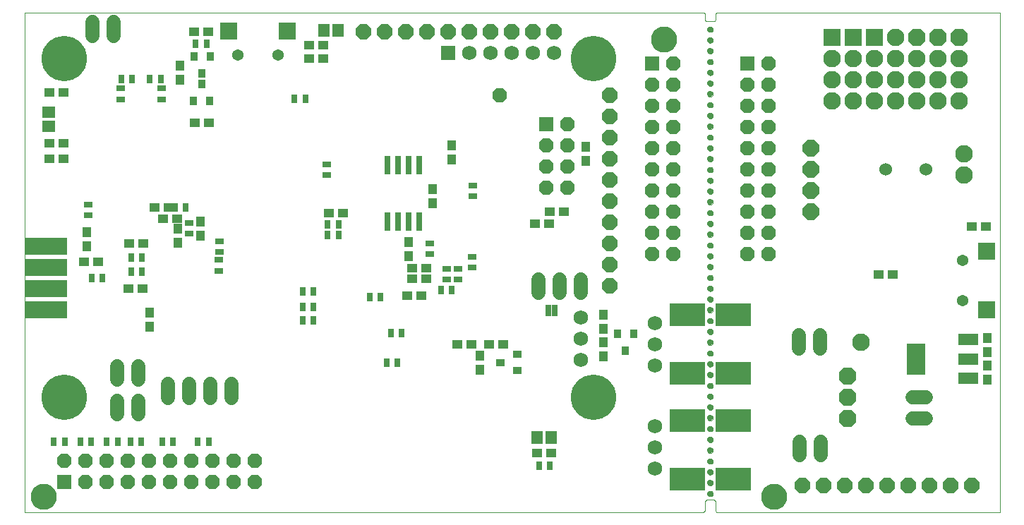
<source format=gbs>
G75*
%MOIN*%
%OFA0B0*%
%FSLAX25Y25*%
%IPPOS*%
%LPD*%
%AMOC8*
5,1,8,0,0,1.08239X$1,22.5*
%
%ADD10C,0.00000*%
%ADD11C,0.02900*%
%ADD12R,0.02800X0.09100*%
%ADD13C,0.06800*%
%ADD14R,0.04337X0.04731*%
%ADD15R,0.03156X0.03943*%
%ADD16R,0.03943X0.03156*%
%ADD17R,0.04731X0.04337*%
%ADD18R,0.06800X0.06800*%
%ADD19OC8,0.06800*%
%ADD20R,0.16900X0.10900*%
%ADD21C,0.21400*%
%ADD22R,0.05518X0.06306*%
%ADD23R,0.06306X0.05518*%
%ADD24R,0.03500X0.03900*%
%ADD25C,0.06800*%
%ADD26OC8,0.07400*%
%ADD27R,0.03900X0.03500*%
%ADD28R,0.20400X0.08000*%
%ADD29C,0.06000*%
%ADD30OC8,0.08000*%
%ADD31R,0.08400X0.08400*%
%ADD32C,0.05400*%
%ADD33R,0.09200X0.05200*%
%ADD34R,0.09061X0.14573*%
%ADD35R,0.02900X0.05400*%
%ADD36C,0.05000*%
%ADD37C,0.06306*%
%ADD38OC8,0.08274*%
%ADD39R,0.08274X0.08274*%
%ADD40C,0.08274*%
D10*
X0032581Y0039566D02*
X0032581Y0275733D01*
X0352900Y0275733D01*
X0352963Y0275728D01*
X0353026Y0275719D01*
X0353088Y0275707D01*
X0353150Y0275690D01*
X0353210Y0275670D01*
X0353269Y0275647D01*
X0353326Y0275620D01*
X0353382Y0275589D01*
X0353436Y0275556D01*
X0353488Y0275519D01*
X0353537Y0275479D01*
X0353584Y0275436D01*
X0353628Y0275390D01*
X0353669Y0275342D01*
X0353707Y0275291D01*
X0353742Y0275238D01*
X0353774Y0275183D01*
X0353803Y0275127D01*
X0353828Y0275068D01*
X0353849Y0275009D01*
X0353867Y0274948D01*
X0353881Y0274886D01*
X0353892Y0274823D01*
X0353898Y0274760D01*
X0353901Y0274696D01*
X0353900Y0274633D01*
X0353900Y0272633D01*
X0353902Y0272573D01*
X0353907Y0272512D01*
X0353916Y0272453D01*
X0353929Y0272394D01*
X0353945Y0272335D01*
X0353965Y0272278D01*
X0353988Y0272223D01*
X0354015Y0272168D01*
X0354044Y0272116D01*
X0354077Y0272065D01*
X0354113Y0272016D01*
X0354151Y0271970D01*
X0354193Y0271926D01*
X0354237Y0271884D01*
X0354283Y0271846D01*
X0354332Y0271810D01*
X0354383Y0271777D01*
X0354435Y0271748D01*
X0354490Y0271721D01*
X0354545Y0271698D01*
X0354602Y0271678D01*
X0354661Y0271662D01*
X0354720Y0271649D01*
X0354779Y0271640D01*
X0354840Y0271635D01*
X0354900Y0271633D01*
X0357900Y0271633D01*
X0357960Y0271635D01*
X0358021Y0271640D01*
X0358080Y0271649D01*
X0358139Y0271662D01*
X0358198Y0271678D01*
X0358255Y0271698D01*
X0358310Y0271721D01*
X0358365Y0271748D01*
X0358417Y0271777D01*
X0358468Y0271810D01*
X0358517Y0271846D01*
X0358563Y0271884D01*
X0358607Y0271926D01*
X0358649Y0271970D01*
X0358687Y0272016D01*
X0358723Y0272065D01*
X0358756Y0272116D01*
X0358785Y0272168D01*
X0358812Y0272223D01*
X0358835Y0272278D01*
X0358855Y0272335D01*
X0358871Y0272394D01*
X0358884Y0272453D01*
X0358893Y0272512D01*
X0358898Y0272573D01*
X0358900Y0272633D01*
X0358900Y0274633D01*
X0358900Y0274634D02*
X0358904Y0274699D01*
X0358911Y0274764D01*
X0358922Y0274829D01*
X0358937Y0274893D01*
X0358955Y0274956D01*
X0358977Y0275018D01*
X0359003Y0275078D01*
X0359032Y0275137D01*
X0359065Y0275194D01*
X0359100Y0275248D01*
X0359139Y0275301D01*
X0359181Y0275352D01*
X0359226Y0275400D01*
X0359273Y0275445D01*
X0359323Y0275487D01*
X0359376Y0275527D01*
X0359430Y0275563D01*
X0359487Y0275596D01*
X0359545Y0275626D01*
X0359605Y0275652D01*
X0359667Y0275675D01*
X0359730Y0275694D01*
X0359793Y0275709D01*
X0359858Y0275721D01*
X0359923Y0275729D01*
X0359988Y0275733D01*
X0360054Y0275734D01*
X0360054Y0275733D02*
X0493211Y0275733D01*
X0493211Y0039566D01*
X0359967Y0039566D01*
X0359967Y0039567D02*
X0359899Y0039581D01*
X0359831Y0039600D01*
X0359764Y0039622D01*
X0359699Y0039647D01*
X0359635Y0039676D01*
X0359572Y0039708D01*
X0359512Y0039744D01*
X0359453Y0039782D01*
X0359397Y0039823D01*
X0359342Y0039868D01*
X0359290Y0039915D01*
X0359241Y0039965D01*
X0359194Y0040017D01*
X0359150Y0040072D01*
X0359109Y0040129D01*
X0359071Y0040188D01*
X0359037Y0040249D01*
X0359005Y0040311D01*
X0358977Y0040376D01*
X0358952Y0040441D01*
X0358931Y0040508D01*
X0358913Y0040576D01*
X0358898Y0040645D01*
X0358888Y0040714D01*
X0358881Y0040784D01*
X0358877Y0040854D01*
X0358878Y0040924D01*
X0358882Y0040994D01*
X0358889Y0041064D01*
X0358901Y0041133D01*
X0358900Y0041133D02*
X0358900Y0044633D01*
X0358885Y0044700D01*
X0358866Y0044767D01*
X0358843Y0044832D01*
X0358817Y0044896D01*
X0358788Y0044958D01*
X0358755Y0045019D01*
X0358719Y0045078D01*
X0358680Y0045135D01*
X0358637Y0045190D01*
X0358592Y0045242D01*
X0358544Y0045292D01*
X0358494Y0045339D01*
X0358441Y0045383D01*
X0358386Y0045424D01*
X0358328Y0045463D01*
X0358269Y0045498D01*
X0358208Y0045530D01*
X0358145Y0045558D01*
X0358080Y0045583D01*
X0358015Y0045605D01*
X0357948Y0045623D01*
X0357880Y0045637D01*
X0357812Y0045648D01*
X0357744Y0045655D01*
X0357675Y0045658D01*
X0357606Y0045657D01*
X0357537Y0045653D01*
X0357468Y0045645D01*
X0357400Y0045633D01*
X0355400Y0045633D01*
X0355332Y0045645D01*
X0355263Y0045653D01*
X0355194Y0045657D01*
X0355125Y0045658D01*
X0355056Y0045655D01*
X0354988Y0045648D01*
X0354920Y0045637D01*
X0354852Y0045623D01*
X0354785Y0045605D01*
X0354720Y0045583D01*
X0354655Y0045558D01*
X0354592Y0045530D01*
X0354531Y0045498D01*
X0354472Y0045463D01*
X0354414Y0045424D01*
X0354359Y0045383D01*
X0354306Y0045339D01*
X0354256Y0045292D01*
X0354208Y0045242D01*
X0354163Y0045190D01*
X0354120Y0045135D01*
X0354081Y0045078D01*
X0354045Y0045019D01*
X0354012Y0044958D01*
X0353983Y0044896D01*
X0353957Y0044832D01*
X0353934Y0044767D01*
X0353915Y0044700D01*
X0353900Y0044633D01*
X0353900Y0041133D01*
X0353912Y0041065D01*
X0353920Y0040996D01*
X0353924Y0040927D01*
X0353925Y0040858D01*
X0353922Y0040789D01*
X0353915Y0040721D01*
X0353904Y0040653D01*
X0353890Y0040585D01*
X0353872Y0040518D01*
X0353850Y0040453D01*
X0353825Y0040388D01*
X0353797Y0040325D01*
X0353765Y0040264D01*
X0353730Y0040205D01*
X0353691Y0040147D01*
X0353650Y0040092D01*
X0353606Y0040039D01*
X0353559Y0039989D01*
X0353509Y0039941D01*
X0353457Y0039896D01*
X0353402Y0039853D01*
X0353345Y0039814D01*
X0353286Y0039778D01*
X0353225Y0039745D01*
X0353163Y0039716D01*
X0353099Y0039690D01*
X0353034Y0039667D01*
X0352967Y0039648D01*
X0352900Y0039633D01*
X0032581Y0039566D01*
X0355150Y0048483D02*
X0355152Y0048553D01*
X0355158Y0048623D01*
X0355168Y0048692D01*
X0355181Y0048761D01*
X0355199Y0048829D01*
X0355220Y0048896D01*
X0355245Y0048961D01*
X0355274Y0049025D01*
X0355306Y0049088D01*
X0355342Y0049148D01*
X0355381Y0049206D01*
X0355423Y0049262D01*
X0355468Y0049316D01*
X0355516Y0049367D01*
X0355567Y0049415D01*
X0355621Y0049460D01*
X0355677Y0049502D01*
X0355735Y0049541D01*
X0355795Y0049577D01*
X0355858Y0049609D01*
X0355922Y0049638D01*
X0355987Y0049663D01*
X0356054Y0049684D01*
X0356122Y0049702D01*
X0356191Y0049715D01*
X0356260Y0049725D01*
X0356330Y0049731D01*
X0356400Y0049733D01*
X0356470Y0049731D01*
X0356540Y0049725D01*
X0356609Y0049715D01*
X0356678Y0049702D01*
X0356746Y0049684D01*
X0356813Y0049663D01*
X0356878Y0049638D01*
X0356942Y0049609D01*
X0357005Y0049577D01*
X0357065Y0049541D01*
X0357123Y0049502D01*
X0357179Y0049460D01*
X0357233Y0049415D01*
X0357284Y0049367D01*
X0357332Y0049316D01*
X0357377Y0049262D01*
X0357419Y0049206D01*
X0357458Y0049148D01*
X0357494Y0049088D01*
X0357526Y0049025D01*
X0357555Y0048961D01*
X0357580Y0048896D01*
X0357601Y0048829D01*
X0357619Y0048761D01*
X0357632Y0048692D01*
X0357642Y0048623D01*
X0357648Y0048553D01*
X0357650Y0048483D01*
X0357648Y0048413D01*
X0357642Y0048343D01*
X0357632Y0048274D01*
X0357619Y0048205D01*
X0357601Y0048137D01*
X0357580Y0048070D01*
X0357555Y0048005D01*
X0357526Y0047941D01*
X0357494Y0047878D01*
X0357458Y0047818D01*
X0357419Y0047760D01*
X0357377Y0047704D01*
X0357332Y0047650D01*
X0357284Y0047599D01*
X0357233Y0047551D01*
X0357179Y0047506D01*
X0357123Y0047464D01*
X0357065Y0047425D01*
X0357005Y0047389D01*
X0356942Y0047357D01*
X0356878Y0047328D01*
X0356813Y0047303D01*
X0356746Y0047282D01*
X0356678Y0047264D01*
X0356609Y0047251D01*
X0356540Y0047241D01*
X0356470Y0047235D01*
X0356400Y0047233D01*
X0356330Y0047235D01*
X0356260Y0047241D01*
X0356191Y0047251D01*
X0356122Y0047264D01*
X0356054Y0047282D01*
X0355987Y0047303D01*
X0355922Y0047328D01*
X0355858Y0047357D01*
X0355795Y0047389D01*
X0355735Y0047425D01*
X0355677Y0047464D01*
X0355621Y0047506D01*
X0355567Y0047551D01*
X0355516Y0047599D01*
X0355468Y0047650D01*
X0355423Y0047704D01*
X0355381Y0047760D01*
X0355342Y0047818D01*
X0355306Y0047878D01*
X0355274Y0047941D01*
X0355245Y0048005D01*
X0355220Y0048070D01*
X0355199Y0048137D01*
X0355181Y0048205D01*
X0355168Y0048274D01*
X0355158Y0048343D01*
X0355152Y0048413D01*
X0355150Y0048483D01*
X0355150Y0053583D02*
X0355152Y0053653D01*
X0355158Y0053723D01*
X0355168Y0053792D01*
X0355181Y0053861D01*
X0355199Y0053929D01*
X0355220Y0053996D01*
X0355245Y0054061D01*
X0355274Y0054125D01*
X0355306Y0054188D01*
X0355342Y0054248D01*
X0355381Y0054306D01*
X0355423Y0054362D01*
X0355468Y0054416D01*
X0355516Y0054467D01*
X0355567Y0054515D01*
X0355621Y0054560D01*
X0355677Y0054602D01*
X0355735Y0054641D01*
X0355795Y0054677D01*
X0355858Y0054709D01*
X0355922Y0054738D01*
X0355987Y0054763D01*
X0356054Y0054784D01*
X0356122Y0054802D01*
X0356191Y0054815D01*
X0356260Y0054825D01*
X0356330Y0054831D01*
X0356400Y0054833D01*
X0356470Y0054831D01*
X0356540Y0054825D01*
X0356609Y0054815D01*
X0356678Y0054802D01*
X0356746Y0054784D01*
X0356813Y0054763D01*
X0356878Y0054738D01*
X0356942Y0054709D01*
X0357005Y0054677D01*
X0357065Y0054641D01*
X0357123Y0054602D01*
X0357179Y0054560D01*
X0357233Y0054515D01*
X0357284Y0054467D01*
X0357332Y0054416D01*
X0357377Y0054362D01*
X0357419Y0054306D01*
X0357458Y0054248D01*
X0357494Y0054188D01*
X0357526Y0054125D01*
X0357555Y0054061D01*
X0357580Y0053996D01*
X0357601Y0053929D01*
X0357619Y0053861D01*
X0357632Y0053792D01*
X0357642Y0053723D01*
X0357648Y0053653D01*
X0357650Y0053583D01*
X0357648Y0053513D01*
X0357642Y0053443D01*
X0357632Y0053374D01*
X0357619Y0053305D01*
X0357601Y0053237D01*
X0357580Y0053170D01*
X0357555Y0053105D01*
X0357526Y0053041D01*
X0357494Y0052978D01*
X0357458Y0052918D01*
X0357419Y0052860D01*
X0357377Y0052804D01*
X0357332Y0052750D01*
X0357284Y0052699D01*
X0357233Y0052651D01*
X0357179Y0052606D01*
X0357123Y0052564D01*
X0357065Y0052525D01*
X0357005Y0052489D01*
X0356942Y0052457D01*
X0356878Y0052428D01*
X0356813Y0052403D01*
X0356746Y0052382D01*
X0356678Y0052364D01*
X0356609Y0052351D01*
X0356540Y0052341D01*
X0356470Y0052335D01*
X0356400Y0052333D01*
X0356330Y0052335D01*
X0356260Y0052341D01*
X0356191Y0052351D01*
X0356122Y0052364D01*
X0356054Y0052382D01*
X0355987Y0052403D01*
X0355922Y0052428D01*
X0355858Y0052457D01*
X0355795Y0052489D01*
X0355735Y0052525D01*
X0355677Y0052564D01*
X0355621Y0052606D01*
X0355567Y0052651D01*
X0355516Y0052699D01*
X0355468Y0052750D01*
X0355423Y0052804D01*
X0355381Y0052860D01*
X0355342Y0052918D01*
X0355306Y0052978D01*
X0355274Y0053041D01*
X0355245Y0053105D01*
X0355220Y0053170D01*
X0355199Y0053237D01*
X0355181Y0053305D01*
X0355168Y0053374D01*
X0355158Y0053443D01*
X0355152Y0053513D01*
X0355150Y0053583D01*
X0355150Y0058683D02*
X0355152Y0058753D01*
X0355158Y0058823D01*
X0355168Y0058892D01*
X0355181Y0058961D01*
X0355199Y0059029D01*
X0355220Y0059096D01*
X0355245Y0059161D01*
X0355274Y0059225D01*
X0355306Y0059288D01*
X0355342Y0059348D01*
X0355381Y0059406D01*
X0355423Y0059462D01*
X0355468Y0059516D01*
X0355516Y0059567D01*
X0355567Y0059615D01*
X0355621Y0059660D01*
X0355677Y0059702D01*
X0355735Y0059741D01*
X0355795Y0059777D01*
X0355858Y0059809D01*
X0355922Y0059838D01*
X0355987Y0059863D01*
X0356054Y0059884D01*
X0356122Y0059902D01*
X0356191Y0059915D01*
X0356260Y0059925D01*
X0356330Y0059931D01*
X0356400Y0059933D01*
X0356470Y0059931D01*
X0356540Y0059925D01*
X0356609Y0059915D01*
X0356678Y0059902D01*
X0356746Y0059884D01*
X0356813Y0059863D01*
X0356878Y0059838D01*
X0356942Y0059809D01*
X0357005Y0059777D01*
X0357065Y0059741D01*
X0357123Y0059702D01*
X0357179Y0059660D01*
X0357233Y0059615D01*
X0357284Y0059567D01*
X0357332Y0059516D01*
X0357377Y0059462D01*
X0357419Y0059406D01*
X0357458Y0059348D01*
X0357494Y0059288D01*
X0357526Y0059225D01*
X0357555Y0059161D01*
X0357580Y0059096D01*
X0357601Y0059029D01*
X0357619Y0058961D01*
X0357632Y0058892D01*
X0357642Y0058823D01*
X0357648Y0058753D01*
X0357650Y0058683D01*
X0357648Y0058613D01*
X0357642Y0058543D01*
X0357632Y0058474D01*
X0357619Y0058405D01*
X0357601Y0058337D01*
X0357580Y0058270D01*
X0357555Y0058205D01*
X0357526Y0058141D01*
X0357494Y0058078D01*
X0357458Y0058018D01*
X0357419Y0057960D01*
X0357377Y0057904D01*
X0357332Y0057850D01*
X0357284Y0057799D01*
X0357233Y0057751D01*
X0357179Y0057706D01*
X0357123Y0057664D01*
X0357065Y0057625D01*
X0357005Y0057589D01*
X0356942Y0057557D01*
X0356878Y0057528D01*
X0356813Y0057503D01*
X0356746Y0057482D01*
X0356678Y0057464D01*
X0356609Y0057451D01*
X0356540Y0057441D01*
X0356470Y0057435D01*
X0356400Y0057433D01*
X0356330Y0057435D01*
X0356260Y0057441D01*
X0356191Y0057451D01*
X0356122Y0057464D01*
X0356054Y0057482D01*
X0355987Y0057503D01*
X0355922Y0057528D01*
X0355858Y0057557D01*
X0355795Y0057589D01*
X0355735Y0057625D01*
X0355677Y0057664D01*
X0355621Y0057706D01*
X0355567Y0057751D01*
X0355516Y0057799D01*
X0355468Y0057850D01*
X0355423Y0057904D01*
X0355381Y0057960D01*
X0355342Y0058018D01*
X0355306Y0058078D01*
X0355274Y0058141D01*
X0355245Y0058205D01*
X0355220Y0058270D01*
X0355199Y0058337D01*
X0355181Y0058405D01*
X0355168Y0058474D01*
X0355158Y0058543D01*
X0355152Y0058613D01*
X0355150Y0058683D01*
X0355150Y0063783D02*
X0355152Y0063853D01*
X0355158Y0063923D01*
X0355168Y0063992D01*
X0355181Y0064061D01*
X0355199Y0064129D01*
X0355220Y0064196D01*
X0355245Y0064261D01*
X0355274Y0064325D01*
X0355306Y0064388D01*
X0355342Y0064448D01*
X0355381Y0064506D01*
X0355423Y0064562D01*
X0355468Y0064616D01*
X0355516Y0064667D01*
X0355567Y0064715D01*
X0355621Y0064760D01*
X0355677Y0064802D01*
X0355735Y0064841D01*
X0355795Y0064877D01*
X0355858Y0064909D01*
X0355922Y0064938D01*
X0355987Y0064963D01*
X0356054Y0064984D01*
X0356122Y0065002D01*
X0356191Y0065015D01*
X0356260Y0065025D01*
X0356330Y0065031D01*
X0356400Y0065033D01*
X0356470Y0065031D01*
X0356540Y0065025D01*
X0356609Y0065015D01*
X0356678Y0065002D01*
X0356746Y0064984D01*
X0356813Y0064963D01*
X0356878Y0064938D01*
X0356942Y0064909D01*
X0357005Y0064877D01*
X0357065Y0064841D01*
X0357123Y0064802D01*
X0357179Y0064760D01*
X0357233Y0064715D01*
X0357284Y0064667D01*
X0357332Y0064616D01*
X0357377Y0064562D01*
X0357419Y0064506D01*
X0357458Y0064448D01*
X0357494Y0064388D01*
X0357526Y0064325D01*
X0357555Y0064261D01*
X0357580Y0064196D01*
X0357601Y0064129D01*
X0357619Y0064061D01*
X0357632Y0063992D01*
X0357642Y0063923D01*
X0357648Y0063853D01*
X0357650Y0063783D01*
X0357648Y0063713D01*
X0357642Y0063643D01*
X0357632Y0063574D01*
X0357619Y0063505D01*
X0357601Y0063437D01*
X0357580Y0063370D01*
X0357555Y0063305D01*
X0357526Y0063241D01*
X0357494Y0063178D01*
X0357458Y0063118D01*
X0357419Y0063060D01*
X0357377Y0063004D01*
X0357332Y0062950D01*
X0357284Y0062899D01*
X0357233Y0062851D01*
X0357179Y0062806D01*
X0357123Y0062764D01*
X0357065Y0062725D01*
X0357005Y0062689D01*
X0356942Y0062657D01*
X0356878Y0062628D01*
X0356813Y0062603D01*
X0356746Y0062582D01*
X0356678Y0062564D01*
X0356609Y0062551D01*
X0356540Y0062541D01*
X0356470Y0062535D01*
X0356400Y0062533D01*
X0356330Y0062535D01*
X0356260Y0062541D01*
X0356191Y0062551D01*
X0356122Y0062564D01*
X0356054Y0062582D01*
X0355987Y0062603D01*
X0355922Y0062628D01*
X0355858Y0062657D01*
X0355795Y0062689D01*
X0355735Y0062725D01*
X0355677Y0062764D01*
X0355621Y0062806D01*
X0355567Y0062851D01*
X0355516Y0062899D01*
X0355468Y0062950D01*
X0355423Y0063004D01*
X0355381Y0063060D01*
X0355342Y0063118D01*
X0355306Y0063178D01*
X0355274Y0063241D01*
X0355245Y0063305D01*
X0355220Y0063370D01*
X0355199Y0063437D01*
X0355181Y0063505D01*
X0355168Y0063574D01*
X0355158Y0063643D01*
X0355152Y0063713D01*
X0355150Y0063783D01*
X0355150Y0068883D02*
X0355152Y0068953D01*
X0355158Y0069023D01*
X0355168Y0069092D01*
X0355181Y0069161D01*
X0355199Y0069229D01*
X0355220Y0069296D01*
X0355245Y0069361D01*
X0355274Y0069425D01*
X0355306Y0069488D01*
X0355342Y0069548D01*
X0355381Y0069606D01*
X0355423Y0069662D01*
X0355468Y0069716D01*
X0355516Y0069767D01*
X0355567Y0069815D01*
X0355621Y0069860D01*
X0355677Y0069902D01*
X0355735Y0069941D01*
X0355795Y0069977D01*
X0355858Y0070009D01*
X0355922Y0070038D01*
X0355987Y0070063D01*
X0356054Y0070084D01*
X0356122Y0070102D01*
X0356191Y0070115D01*
X0356260Y0070125D01*
X0356330Y0070131D01*
X0356400Y0070133D01*
X0356470Y0070131D01*
X0356540Y0070125D01*
X0356609Y0070115D01*
X0356678Y0070102D01*
X0356746Y0070084D01*
X0356813Y0070063D01*
X0356878Y0070038D01*
X0356942Y0070009D01*
X0357005Y0069977D01*
X0357065Y0069941D01*
X0357123Y0069902D01*
X0357179Y0069860D01*
X0357233Y0069815D01*
X0357284Y0069767D01*
X0357332Y0069716D01*
X0357377Y0069662D01*
X0357419Y0069606D01*
X0357458Y0069548D01*
X0357494Y0069488D01*
X0357526Y0069425D01*
X0357555Y0069361D01*
X0357580Y0069296D01*
X0357601Y0069229D01*
X0357619Y0069161D01*
X0357632Y0069092D01*
X0357642Y0069023D01*
X0357648Y0068953D01*
X0357650Y0068883D01*
X0357648Y0068813D01*
X0357642Y0068743D01*
X0357632Y0068674D01*
X0357619Y0068605D01*
X0357601Y0068537D01*
X0357580Y0068470D01*
X0357555Y0068405D01*
X0357526Y0068341D01*
X0357494Y0068278D01*
X0357458Y0068218D01*
X0357419Y0068160D01*
X0357377Y0068104D01*
X0357332Y0068050D01*
X0357284Y0067999D01*
X0357233Y0067951D01*
X0357179Y0067906D01*
X0357123Y0067864D01*
X0357065Y0067825D01*
X0357005Y0067789D01*
X0356942Y0067757D01*
X0356878Y0067728D01*
X0356813Y0067703D01*
X0356746Y0067682D01*
X0356678Y0067664D01*
X0356609Y0067651D01*
X0356540Y0067641D01*
X0356470Y0067635D01*
X0356400Y0067633D01*
X0356330Y0067635D01*
X0356260Y0067641D01*
X0356191Y0067651D01*
X0356122Y0067664D01*
X0356054Y0067682D01*
X0355987Y0067703D01*
X0355922Y0067728D01*
X0355858Y0067757D01*
X0355795Y0067789D01*
X0355735Y0067825D01*
X0355677Y0067864D01*
X0355621Y0067906D01*
X0355567Y0067951D01*
X0355516Y0067999D01*
X0355468Y0068050D01*
X0355423Y0068104D01*
X0355381Y0068160D01*
X0355342Y0068218D01*
X0355306Y0068278D01*
X0355274Y0068341D01*
X0355245Y0068405D01*
X0355220Y0068470D01*
X0355199Y0068537D01*
X0355181Y0068605D01*
X0355168Y0068674D01*
X0355158Y0068743D01*
X0355152Y0068813D01*
X0355150Y0068883D01*
X0355150Y0073983D02*
X0355152Y0074053D01*
X0355158Y0074123D01*
X0355168Y0074192D01*
X0355181Y0074261D01*
X0355199Y0074329D01*
X0355220Y0074396D01*
X0355245Y0074461D01*
X0355274Y0074525D01*
X0355306Y0074588D01*
X0355342Y0074648D01*
X0355381Y0074706D01*
X0355423Y0074762D01*
X0355468Y0074816D01*
X0355516Y0074867D01*
X0355567Y0074915D01*
X0355621Y0074960D01*
X0355677Y0075002D01*
X0355735Y0075041D01*
X0355795Y0075077D01*
X0355858Y0075109D01*
X0355922Y0075138D01*
X0355987Y0075163D01*
X0356054Y0075184D01*
X0356122Y0075202D01*
X0356191Y0075215D01*
X0356260Y0075225D01*
X0356330Y0075231D01*
X0356400Y0075233D01*
X0356470Y0075231D01*
X0356540Y0075225D01*
X0356609Y0075215D01*
X0356678Y0075202D01*
X0356746Y0075184D01*
X0356813Y0075163D01*
X0356878Y0075138D01*
X0356942Y0075109D01*
X0357005Y0075077D01*
X0357065Y0075041D01*
X0357123Y0075002D01*
X0357179Y0074960D01*
X0357233Y0074915D01*
X0357284Y0074867D01*
X0357332Y0074816D01*
X0357377Y0074762D01*
X0357419Y0074706D01*
X0357458Y0074648D01*
X0357494Y0074588D01*
X0357526Y0074525D01*
X0357555Y0074461D01*
X0357580Y0074396D01*
X0357601Y0074329D01*
X0357619Y0074261D01*
X0357632Y0074192D01*
X0357642Y0074123D01*
X0357648Y0074053D01*
X0357650Y0073983D01*
X0357648Y0073913D01*
X0357642Y0073843D01*
X0357632Y0073774D01*
X0357619Y0073705D01*
X0357601Y0073637D01*
X0357580Y0073570D01*
X0357555Y0073505D01*
X0357526Y0073441D01*
X0357494Y0073378D01*
X0357458Y0073318D01*
X0357419Y0073260D01*
X0357377Y0073204D01*
X0357332Y0073150D01*
X0357284Y0073099D01*
X0357233Y0073051D01*
X0357179Y0073006D01*
X0357123Y0072964D01*
X0357065Y0072925D01*
X0357005Y0072889D01*
X0356942Y0072857D01*
X0356878Y0072828D01*
X0356813Y0072803D01*
X0356746Y0072782D01*
X0356678Y0072764D01*
X0356609Y0072751D01*
X0356540Y0072741D01*
X0356470Y0072735D01*
X0356400Y0072733D01*
X0356330Y0072735D01*
X0356260Y0072741D01*
X0356191Y0072751D01*
X0356122Y0072764D01*
X0356054Y0072782D01*
X0355987Y0072803D01*
X0355922Y0072828D01*
X0355858Y0072857D01*
X0355795Y0072889D01*
X0355735Y0072925D01*
X0355677Y0072964D01*
X0355621Y0073006D01*
X0355567Y0073051D01*
X0355516Y0073099D01*
X0355468Y0073150D01*
X0355423Y0073204D01*
X0355381Y0073260D01*
X0355342Y0073318D01*
X0355306Y0073378D01*
X0355274Y0073441D01*
X0355245Y0073505D01*
X0355220Y0073570D01*
X0355199Y0073637D01*
X0355181Y0073705D01*
X0355168Y0073774D01*
X0355158Y0073843D01*
X0355152Y0073913D01*
X0355150Y0073983D01*
X0355150Y0079083D02*
X0355152Y0079153D01*
X0355158Y0079223D01*
X0355168Y0079292D01*
X0355181Y0079361D01*
X0355199Y0079429D01*
X0355220Y0079496D01*
X0355245Y0079561D01*
X0355274Y0079625D01*
X0355306Y0079688D01*
X0355342Y0079748D01*
X0355381Y0079806D01*
X0355423Y0079862D01*
X0355468Y0079916D01*
X0355516Y0079967D01*
X0355567Y0080015D01*
X0355621Y0080060D01*
X0355677Y0080102D01*
X0355735Y0080141D01*
X0355795Y0080177D01*
X0355858Y0080209D01*
X0355922Y0080238D01*
X0355987Y0080263D01*
X0356054Y0080284D01*
X0356122Y0080302D01*
X0356191Y0080315D01*
X0356260Y0080325D01*
X0356330Y0080331D01*
X0356400Y0080333D01*
X0356470Y0080331D01*
X0356540Y0080325D01*
X0356609Y0080315D01*
X0356678Y0080302D01*
X0356746Y0080284D01*
X0356813Y0080263D01*
X0356878Y0080238D01*
X0356942Y0080209D01*
X0357005Y0080177D01*
X0357065Y0080141D01*
X0357123Y0080102D01*
X0357179Y0080060D01*
X0357233Y0080015D01*
X0357284Y0079967D01*
X0357332Y0079916D01*
X0357377Y0079862D01*
X0357419Y0079806D01*
X0357458Y0079748D01*
X0357494Y0079688D01*
X0357526Y0079625D01*
X0357555Y0079561D01*
X0357580Y0079496D01*
X0357601Y0079429D01*
X0357619Y0079361D01*
X0357632Y0079292D01*
X0357642Y0079223D01*
X0357648Y0079153D01*
X0357650Y0079083D01*
X0357648Y0079013D01*
X0357642Y0078943D01*
X0357632Y0078874D01*
X0357619Y0078805D01*
X0357601Y0078737D01*
X0357580Y0078670D01*
X0357555Y0078605D01*
X0357526Y0078541D01*
X0357494Y0078478D01*
X0357458Y0078418D01*
X0357419Y0078360D01*
X0357377Y0078304D01*
X0357332Y0078250D01*
X0357284Y0078199D01*
X0357233Y0078151D01*
X0357179Y0078106D01*
X0357123Y0078064D01*
X0357065Y0078025D01*
X0357005Y0077989D01*
X0356942Y0077957D01*
X0356878Y0077928D01*
X0356813Y0077903D01*
X0356746Y0077882D01*
X0356678Y0077864D01*
X0356609Y0077851D01*
X0356540Y0077841D01*
X0356470Y0077835D01*
X0356400Y0077833D01*
X0356330Y0077835D01*
X0356260Y0077841D01*
X0356191Y0077851D01*
X0356122Y0077864D01*
X0356054Y0077882D01*
X0355987Y0077903D01*
X0355922Y0077928D01*
X0355858Y0077957D01*
X0355795Y0077989D01*
X0355735Y0078025D01*
X0355677Y0078064D01*
X0355621Y0078106D01*
X0355567Y0078151D01*
X0355516Y0078199D01*
X0355468Y0078250D01*
X0355423Y0078304D01*
X0355381Y0078360D01*
X0355342Y0078418D01*
X0355306Y0078478D01*
X0355274Y0078541D01*
X0355245Y0078605D01*
X0355220Y0078670D01*
X0355199Y0078737D01*
X0355181Y0078805D01*
X0355168Y0078874D01*
X0355158Y0078943D01*
X0355152Y0079013D01*
X0355150Y0079083D01*
X0355150Y0084183D02*
X0355152Y0084253D01*
X0355158Y0084323D01*
X0355168Y0084392D01*
X0355181Y0084461D01*
X0355199Y0084529D01*
X0355220Y0084596D01*
X0355245Y0084661D01*
X0355274Y0084725D01*
X0355306Y0084788D01*
X0355342Y0084848D01*
X0355381Y0084906D01*
X0355423Y0084962D01*
X0355468Y0085016D01*
X0355516Y0085067D01*
X0355567Y0085115D01*
X0355621Y0085160D01*
X0355677Y0085202D01*
X0355735Y0085241D01*
X0355795Y0085277D01*
X0355858Y0085309D01*
X0355922Y0085338D01*
X0355987Y0085363D01*
X0356054Y0085384D01*
X0356122Y0085402D01*
X0356191Y0085415D01*
X0356260Y0085425D01*
X0356330Y0085431D01*
X0356400Y0085433D01*
X0356470Y0085431D01*
X0356540Y0085425D01*
X0356609Y0085415D01*
X0356678Y0085402D01*
X0356746Y0085384D01*
X0356813Y0085363D01*
X0356878Y0085338D01*
X0356942Y0085309D01*
X0357005Y0085277D01*
X0357065Y0085241D01*
X0357123Y0085202D01*
X0357179Y0085160D01*
X0357233Y0085115D01*
X0357284Y0085067D01*
X0357332Y0085016D01*
X0357377Y0084962D01*
X0357419Y0084906D01*
X0357458Y0084848D01*
X0357494Y0084788D01*
X0357526Y0084725D01*
X0357555Y0084661D01*
X0357580Y0084596D01*
X0357601Y0084529D01*
X0357619Y0084461D01*
X0357632Y0084392D01*
X0357642Y0084323D01*
X0357648Y0084253D01*
X0357650Y0084183D01*
X0357648Y0084113D01*
X0357642Y0084043D01*
X0357632Y0083974D01*
X0357619Y0083905D01*
X0357601Y0083837D01*
X0357580Y0083770D01*
X0357555Y0083705D01*
X0357526Y0083641D01*
X0357494Y0083578D01*
X0357458Y0083518D01*
X0357419Y0083460D01*
X0357377Y0083404D01*
X0357332Y0083350D01*
X0357284Y0083299D01*
X0357233Y0083251D01*
X0357179Y0083206D01*
X0357123Y0083164D01*
X0357065Y0083125D01*
X0357005Y0083089D01*
X0356942Y0083057D01*
X0356878Y0083028D01*
X0356813Y0083003D01*
X0356746Y0082982D01*
X0356678Y0082964D01*
X0356609Y0082951D01*
X0356540Y0082941D01*
X0356470Y0082935D01*
X0356400Y0082933D01*
X0356330Y0082935D01*
X0356260Y0082941D01*
X0356191Y0082951D01*
X0356122Y0082964D01*
X0356054Y0082982D01*
X0355987Y0083003D01*
X0355922Y0083028D01*
X0355858Y0083057D01*
X0355795Y0083089D01*
X0355735Y0083125D01*
X0355677Y0083164D01*
X0355621Y0083206D01*
X0355567Y0083251D01*
X0355516Y0083299D01*
X0355468Y0083350D01*
X0355423Y0083404D01*
X0355381Y0083460D01*
X0355342Y0083518D01*
X0355306Y0083578D01*
X0355274Y0083641D01*
X0355245Y0083705D01*
X0355220Y0083770D01*
X0355199Y0083837D01*
X0355181Y0083905D01*
X0355168Y0083974D01*
X0355158Y0084043D01*
X0355152Y0084113D01*
X0355150Y0084183D01*
X0355150Y0089283D02*
X0355152Y0089353D01*
X0355158Y0089423D01*
X0355168Y0089492D01*
X0355181Y0089561D01*
X0355199Y0089629D01*
X0355220Y0089696D01*
X0355245Y0089761D01*
X0355274Y0089825D01*
X0355306Y0089888D01*
X0355342Y0089948D01*
X0355381Y0090006D01*
X0355423Y0090062D01*
X0355468Y0090116D01*
X0355516Y0090167D01*
X0355567Y0090215D01*
X0355621Y0090260D01*
X0355677Y0090302D01*
X0355735Y0090341D01*
X0355795Y0090377D01*
X0355858Y0090409D01*
X0355922Y0090438D01*
X0355987Y0090463D01*
X0356054Y0090484D01*
X0356122Y0090502D01*
X0356191Y0090515D01*
X0356260Y0090525D01*
X0356330Y0090531D01*
X0356400Y0090533D01*
X0356470Y0090531D01*
X0356540Y0090525D01*
X0356609Y0090515D01*
X0356678Y0090502D01*
X0356746Y0090484D01*
X0356813Y0090463D01*
X0356878Y0090438D01*
X0356942Y0090409D01*
X0357005Y0090377D01*
X0357065Y0090341D01*
X0357123Y0090302D01*
X0357179Y0090260D01*
X0357233Y0090215D01*
X0357284Y0090167D01*
X0357332Y0090116D01*
X0357377Y0090062D01*
X0357419Y0090006D01*
X0357458Y0089948D01*
X0357494Y0089888D01*
X0357526Y0089825D01*
X0357555Y0089761D01*
X0357580Y0089696D01*
X0357601Y0089629D01*
X0357619Y0089561D01*
X0357632Y0089492D01*
X0357642Y0089423D01*
X0357648Y0089353D01*
X0357650Y0089283D01*
X0357648Y0089213D01*
X0357642Y0089143D01*
X0357632Y0089074D01*
X0357619Y0089005D01*
X0357601Y0088937D01*
X0357580Y0088870D01*
X0357555Y0088805D01*
X0357526Y0088741D01*
X0357494Y0088678D01*
X0357458Y0088618D01*
X0357419Y0088560D01*
X0357377Y0088504D01*
X0357332Y0088450D01*
X0357284Y0088399D01*
X0357233Y0088351D01*
X0357179Y0088306D01*
X0357123Y0088264D01*
X0357065Y0088225D01*
X0357005Y0088189D01*
X0356942Y0088157D01*
X0356878Y0088128D01*
X0356813Y0088103D01*
X0356746Y0088082D01*
X0356678Y0088064D01*
X0356609Y0088051D01*
X0356540Y0088041D01*
X0356470Y0088035D01*
X0356400Y0088033D01*
X0356330Y0088035D01*
X0356260Y0088041D01*
X0356191Y0088051D01*
X0356122Y0088064D01*
X0356054Y0088082D01*
X0355987Y0088103D01*
X0355922Y0088128D01*
X0355858Y0088157D01*
X0355795Y0088189D01*
X0355735Y0088225D01*
X0355677Y0088264D01*
X0355621Y0088306D01*
X0355567Y0088351D01*
X0355516Y0088399D01*
X0355468Y0088450D01*
X0355423Y0088504D01*
X0355381Y0088560D01*
X0355342Y0088618D01*
X0355306Y0088678D01*
X0355274Y0088741D01*
X0355245Y0088805D01*
X0355220Y0088870D01*
X0355199Y0088937D01*
X0355181Y0089005D01*
X0355168Y0089074D01*
X0355158Y0089143D01*
X0355152Y0089213D01*
X0355150Y0089283D01*
X0355150Y0094383D02*
X0355152Y0094453D01*
X0355158Y0094523D01*
X0355168Y0094592D01*
X0355181Y0094661D01*
X0355199Y0094729D01*
X0355220Y0094796D01*
X0355245Y0094861D01*
X0355274Y0094925D01*
X0355306Y0094988D01*
X0355342Y0095048D01*
X0355381Y0095106D01*
X0355423Y0095162D01*
X0355468Y0095216D01*
X0355516Y0095267D01*
X0355567Y0095315D01*
X0355621Y0095360D01*
X0355677Y0095402D01*
X0355735Y0095441D01*
X0355795Y0095477D01*
X0355858Y0095509D01*
X0355922Y0095538D01*
X0355987Y0095563D01*
X0356054Y0095584D01*
X0356122Y0095602D01*
X0356191Y0095615D01*
X0356260Y0095625D01*
X0356330Y0095631D01*
X0356400Y0095633D01*
X0356470Y0095631D01*
X0356540Y0095625D01*
X0356609Y0095615D01*
X0356678Y0095602D01*
X0356746Y0095584D01*
X0356813Y0095563D01*
X0356878Y0095538D01*
X0356942Y0095509D01*
X0357005Y0095477D01*
X0357065Y0095441D01*
X0357123Y0095402D01*
X0357179Y0095360D01*
X0357233Y0095315D01*
X0357284Y0095267D01*
X0357332Y0095216D01*
X0357377Y0095162D01*
X0357419Y0095106D01*
X0357458Y0095048D01*
X0357494Y0094988D01*
X0357526Y0094925D01*
X0357555Y0094861D01*
X0357580Y0094796D01*
X0357601Y0094729D01*
X0357619Y0094661D01*
X0357632Y0094592D01*
X0357642Y0094523D01*
X0357648Y0094453D01*
X0357650Y0094383D01*
X0357648Y0094313D01*
X0357642Y0094243D01*
X0357632Y0094174D01*
X0357619Y0094105D01*
X0357601Y0094037D01*
X0357580Y0093970D01*
X0357555Y0093905D01*
X0357526Y0093841D01*
X0357494Y0093778D01*
X0357458Y0093718D01*
X0357419Y0093660D01*
X0357377Y0093604D01*
X0357332Y0093550D01*
X0357284Y0093499D01*
X0357233Y0093451D01*
X0357179Y0093406D01*
X0357123Y0093364D01*
X0357065Y0093325D01*
X0357005Y0093289D01*
X0356942Y0093257D01*
X0356878Y0093228D01*
X0356813Y0093203D01*
X0356746Y0093182D01*
X0356678Y0093164D01*
X0356609Y0093151D01*
X0356540Y0093141D01*
X0356470Y0093135D01*
X0356400Y0093133D01*
X0356330Y0093135D01*
X0356260Y0093141D01*
X0356191Y0093151D01*
X0356122Y0093164D01*
X0356054Y0093182D01*
X0355987Y0093203D01*
X0355922Y0093228D01*
X0355858Y0093257D01*
X0355795Y0093289D01*
X0355735Y0093325D01*
X0355677Y0093364D01*
X0355621Y0093406D01*
X0355567Y0093451D01*
X0355516Y0093499D01*
X0355468Y0093550D01*
X0355423Y0093604D01*
X0355381Y0093660D01*
X0355342Y0093718D01*
X0355306Y0093778D01*
X0355274Y0093841D01*
X0355245Y0093905D01*
X0355220Y0093970D01*
X0355199Y0094037D01*
X0355181Y0094105D01*
X0355168Y0094174D01*
X0355158Y0094243D01*
X0355152Y0094313D01*
X0355150Y0094383D01*
X0355150Y0099483D02*
X0355152Y0099553D01*
X0355158Y0099623D01*
X0355168Y0099692D01*
X0355181Y0099761D01*
X0355199Y0099829D01*
X0355220Y0099896D01*
X0355245Y0099961D01*
X0355274Y0100025D01*
X0355306Y0100088D01*
X0355342Y0100148D01*
X0355381Y0100206D01*
X0355423Y0100262D01*
X0355468Y0100316D01*
X0355516Y0100367D01*
X0355567Y0100415D01*
X0355621Y0100460D01*
X0355677Y0100502D01*
X0355735Y0100541D01*
X0355795Y0100577D01*
X0355858Y0100609D01*
X0355922Y0100638D01*
X0355987Y0100663D01*
X0356054Y0100684D01*
X0356122Y0100702D01*
X0356191Y0100715D01*
X0356260Y0100725D01*
X0356330Y0100731D01*
X0356400Y0100733D01*
X0356470Y0100731D01*
X0356540Y0100725D01*
X0356609Y0100715D01*
X0356678Y0100702D01*
X0356746Y0100684D01*
X0356813Y0100663D01*
X0356878Y0100638D01*
X0356942Y0100609D01*
X0357005Y0100577D01*
X0357065Y0100541D01*
X0357123Y0100502D01*
X0357179Y0100460D01*
X0357233Y0100415D01*
X0357284Y0100367D01*
X0357332Y0100316D01*
X0357377Y0100262D01*
X0357419Y0100206D01*
X0357458Y0100148D01*
X0357494Y0100088D01*
X0357526Y0100025D01*
X0357555Y0099961D01*
X0357580Y0099896D01*
X0357601Y0099829D01*
X0357619Y0099761D01*
X0357632Y0099692D01*
X0357642Y0099623D01*
X0357648Y0099553D01*
X0357650Y0099483D01*
X0357648Y0099413D01*
X0357642Y0099343D01*
X0357632Y0099274D01*
X0357619Y0099205D01*
X0357601Y0099137D01*
X0357580Y0099070D01*
X0357555Y0099005D01*
X0357526Y0098941D01*
X0357494Y0098878D01*
X0357458Y0098818D01*
X0357419Y0098760D01*
X0357377Y0098704D01*
X0357332Y0098650D01*
X0357284Y0098599D01*
X0357233Y0098551D01*
X0357179Y0098506D01*
X0357123Y0098464D01*
X0357065Y0098425D01*
X0357005Y0098389D01*
X0356942Y0098357D01*
X0356878Y0098328D01*
X0356813Y0098303D01*
X0356746Y0098282D01*
X0356678Y0098264D01*
X0356609Y0098251D01*
X0356540Y0098241D01*
X0356470Y0098235D01*
X0356400Y0098233D01*
X0356330Y0098235D01*
X0356260Y0098241D01*
X0356191Y0098251D01*
X0356122Y0098264D01*
X0356054Y0098282D01*
X0355987Y0098303D01*
X0355922Y0098328D01*
X0355858Y0098357D01*
X0355795Y0098389D01*
X0355735Y0098425D01*
X0355677Y0098464D01*
X0355621Y0098506D01*
X0355567Y0098551D01*
X0355516Y0098599D01*
X0355468Y0098650D01*
X0355423Y0098704D01*
X0355381Y0098760D01*
X0355342Y0098818D01*
X0355306Y0098878D01*
X0355274Y0098941D01*
X0355245Y0099005D01*
X0355220Y0099070D01*
X0355199Y0099137D01*
X0355181Y0099205D01*
X0355168Y0099274D01*
X0355158Y0099343D01*
X0355152Y0099413D01*
X0355150Y0099483D01*
X0355150Y0104583D02*
X0355152Y0104653D01*
X0355158Y0104723D01*
X0355168Y0104792D01*
X0355181Y0104861D01*
X0355199Y0104929D01*
X0355220Y0104996D01*
X0355245Y0105061D01*
X0355274Y0105125D01*
X0355306Y0105188D01*
X0355342Y0105248D01*
X0355381Y0105306D01*
X0355423Y0105362D01*
X0355468Y0105416D01*
X0355516Y0105467D01*
X0355567Y0105515D01*
X0355621Y0105560D01*
X0355677Y0105602D01*
X0355735Y0105641D01*
X0355795Y0105677D01*
X0355858Y0105709D01*
X0355922Y0105738D01*
X0355987Y0105763D01*
X0356054Y0105784D01*
X0356122Y0105802D01*
X0356191Y0105815D01*
X0356260Y0105825D01*
X0356330Y0105831D01*
X0356400Y0105833D01*
X0356470Y0105831D01*
X0356540Y0105825D01*
X0356609Y0105815D01*
X0356678Y0105802D01*
X0356746Y0105784D01*
X0356813Y0105763D01*
X0356878Y0105738D01*
X0356942Y0105709D01*
X0357005Y0105677D01*
X0357065Y0105641D01*
X0357123Y0105602D01*
X0357179Y0105560D01*
X0357233Y0105515D01*
X0357284Y0105467D01*
X0357332Y0105416D01*
X0357377Y0105362D01*
X0357419Y0105306D01*
X0357458Y0105248D01*
X0357494Y0105188D01*
X0357526Y0105125D01*
X0357555Y0105061D01*
X0357580Y0104996D01*
X0357601Y0104929D01*
X0357619Y0104861D01*
X0357632Y0104792D01*
X0357642Y0104723D01*
X0357648Y0104653D01*
X0357650Y0104583D01*
X0357648Y0104513D01*
X0357642Y0104443D01*
X0357632Y0104374D01*
X0357619Y0104305D01*
X0357601Y0104237D01*
X0357580Y0104170D01*
X0357555Y0104105D01*
X0357526Y0104041D01*
X0357494Y0103978D01*
X0357458Y0103918D01*
X0357419Y0103860D01*
X0357377Y0103804D01*
X0357332Y0103750D01*
X0357284Y0103699D01*
X0357233Y0103651D01*
X0357179Y0103606D01*
X0357123Y0103564D01*
X0357065Y0103525D01*
X0357005Y0103489D01*
X0356942Y0103457D01*
X0356878Y0103428D01*
X0356813Y0103403D01*
X0356746Y0103382D01*
X0356678Y0103364D01*
X0356609Y0103351D01*
X0356540Y0103341D01*
X0356470Y0103335D01*
X0356400Y0103333D01*
X0356330Y0103335D01*
X0356260Y0103341D01*
X0356191Y0103351D01*
X0356122Y0103364D01*
X0356054Y0103382D01*
X0355987Y0103403D01*
X0355922Y0103428D01*
X0355858Y0103457D01*
X0355795Y0103489D01*
X0355735Y0103525D01*
X0355677Y0103564D01*
X0355621Y0103606D01*
X0355567Y0103651D01*
X0355516Y0103699D01*
X0355468Y0103750D01*
X0355423Y0103804D01*
X0355381Y0103860D01*
X0355342Y0103918D01*
X0355306Y0103978D01*
X0355274Y0104041D01*
X0355245Y0104105D01*
X0355220Y0104170D01*
X0355199Y0104237D01*
X0355181Y0104305D01*
X0355168Y0104374D01*
X0355158Y0104443D01*
X0355152Y0104513D01*
X0355150Y0104583D01*
X0355150Y0109683D02*
X0355152Y0109753D01*
X0355158Y0109823D01*
X0355168Y0109892D01*
X0355181Y0109961D01*
X0355199Y0110029D01*
X0355220Y0110096D01*
X0355245Y0110161D01*
X0355274Y0110225D01*
X0355306Y0110288D01*
X0355342Y0110348D01*
X0355381Y0110406D01*
X0355423Y0110462D01*
X0355468Y0110516D01*
X0355516Y0110567D01*
X0355567Y0110615D01*
X0355621Y0110660D01*
X0355677Y0110702D01*
X0355735Y0110741D01*
X0355795Y0110777D01*
X0355858Y0110809D01*
X0355922Y0110838D01*
X0355987Y0110863D01*
X0356054Y0110884D01*
X0356122Y0110902D01*
X0356191Y0110915D01*
X0356260Y0110925D01*
X0356330Y0110931D01*
X0356400Y0110933D01*
X0356470Y0110931D01*
X0356540Y0110925D01*
X0356609Y0110915D01*
X0356678Y0110902D01*
X0356746Y0110884D01*
X0356813Y0110863D01*
X0356878Y0110838D01*
X0356942Y0110809D01*
X0357005Y0110777D01*
X0357065Y0110741D01*
X0357123Y0110702D01*
X0357179Y0110660D01*
X0357233Y0110615D01*
X0357284Y0110567D01*
X0357332Y0110516D01*
X0357377Y0110462D01*
X0357419Y0110406D01*
X0357458Y0110348D01*
X0357494Y0110288D01*
X0357526Y0110225D01*
X0357555Y0110161D01*
X0357580Y0110096D01*
X0357601Y0110029D01*
X0357619Y0109961D01*
X0357632Y0109892D01*
X0357642Y0109823D01*
X0357648Y0109753D01*
X0357650Y0109683D01*
X0357648Y0109613D01*
X0357642Y0109543D01*
X0357632Y0109474D01*
X0357619Y0109405D01*
X0357601Y0109337D01*
X0357580Y0109270D01*
X0357555Y0109205D01*
X0357526Y0109141D01*
X0357494Y0109078D01*
X0357458Y0109018D01*
X0357419Y0108960D01*
X0357377Y0108904D01*
X0357332Y0108850D01*
X0357284Y0108799D01*
X0357233Y0108751D01*
X0357179Y0108706D01*
X0357123Y0108664D01*
X0357065Y0108625D01*
X0357005Y0108589D01*
X0356942Y0108557D01*
X0356878Y0108528D01*
X0356813Y0108503D01*
X0356746Y0108482D01*
X0356678Y0108464D01*
X0356609Y0108451D01*
X0356540Y0108441D01*
X0356470Y0108435D01*
X0356400Y0108433D01*
X0356330Y0108435D01*
X0356260Y0108441D01*
X0356191Y0108451D01*
X0356122Y0108464D01*
X0356054Y0108482D01*
X0355987Y0108503D01*
X0355922Y0108528D01*
X0355858Y0108557D01*
X0355795Y0108589D01*
X0355735Y0108625D01*
X0355677Y0108664D01*
X0355621Y0108706D01*
X0355567Y0108751D01*
X0355516Y0108799D01*
X0355468Y0108850D01*
X0355423Y0108904D01*
X0355381Y0108960D01*
X0355342Y0109018D01*
X0355306Y0109078D01*
X0355274Y0109141D01*
X0355245Y0109205D01*
X0355220Y0109270D01*
X0355199Y0109337D01*
X0355181Y0109405D01*
X0355168Y0109474D01*
X0355158Y0109543D01*
X0355152Y0109613D01*
X0355150Y0109683D01*
X0355150Y0114783D02*
X0355152Y0114853D01*
X0355158Y0114923D01*
X0355168Y0114992D01*
X0355181Y0115061D01*
X0355199Y0115129D01*
X0355220Y0115196D01*
X0355245Y0115261D01*
X0355274Y0115325D01*
X0355306Y0115388D01*
X0355342Y0115448D01*
X0355381Y0115506D01*
X0355423Y0115562D01*
X0355468Y0115616D01*
X0355516Y0115667D01*
X0355567Y0115715D01*
X0355621Y0115760D01*
X0355677Y0115802D01*
X0355735Y0115841D01*
X0355795Y0115877D01*
X0355858Y0115909D01*
X0355922Y0115938D01*
X0355987Y0115963D01*
X0356054Y0115984D01*
X0356122Y0116002D01*
X0356191Y0116015D01*
X0356260Y0116025D01*
X0356330Y0116031D01*
X0356400Y0116033D01*
X0356470Y0116031D01*
X0356540Y0116025D01*
X0356609Y0116015D01*
X0356678Y0116002D01*
X0356746Y0115984D01*
X0356813Y0115963D01*
X0356878Y0115938D01*
X0356942Y0115909D01*
X0357005Y0115877D01*
X0357065Y0115841D01*
X0357123Y0115802D01*
X0357179Y0115760D01*
X0357233Y0115715D01*
X0357284Y0115667D01*
X0357332Y0115616D01*
X0357377Y0115562D01*
X0357419Y0115506D01*
X0357458Y0115448D01*
X0357494Y0115388D01*
X0357526Y0115325D01*
X0357555Y0115261D01*
X0357580Y0115196D01*
X0357601Y0115129D01*
X0357619Y0115061D01*
X0357632Y0114992D01*
X0357642Y0114923D01*
X0357648Y0114853D01*
X0357650Y0114783D01*
X0357648Y0114713D01*
X0357642Y0114643D01*
X0357632Y0114574D01*
X0357619Y0114505D01*
X0357601Y0114437D01*
X0357580Y0114370D01*
X0357555Y0114305D01*
X0357526Y0114241D01*
X0357494Y0114178D01*
X0357458Y0114118D01*
X0357419Y0114060D01*
X0357377Y0114004D01*
X0357332Y0113950D01*
X0357284Y0113899D01*
X0357233Y0113851D01*
X0357179Y0113806D01*
X0357123Y0113764D01*
X0357065Y0113725D01*
X0357005Y0113689D01*
X0356942Y0113657D01*
X0356878Y0113628D01*
X0356813Y0113603D01*
X0356746Y0113582D01*
X0356678Y0113564D01*
X0356609Y0113551D01*
X0356540Y0113541D01*
X0356470Y0113535D01*
X0356400Y0113533D01*
X0356330Y0113535D01*
X0356260Y0113541D01*
X0356191Y0113551D01*
X0356122Y0113564D01*
X0356054Y0113582D01*
X0355987Y0113603D01*
X0355922Y0113628D01*
X0355858Y0113657D01*
X0355795Y0113689D01*
X0355735Y0113725D01*
X0355677Y0113764D01*
X0355621Y0113806D01*
X0355567Y0113851D01*
X0355516Y0113899D01*
X0355468Y0113950D01*
X0355423Y0114004D01*
X0355381Y0114060D01*
X0355342Y0114118D01*
X0355306Y0114178D01*
X0355274Y0114241D01*
X0355245Y0114305D01*
X0355220Y0114370D01*
X0355199Y0114437D01*
X0355181Y0114505D01*
X0355168Y0114574D01*
X0355158Y0114643D01*
X0355152Y0114713D01*
X0355150Y0114783D01*
X0355150Y0119883D02*
X0355152Y0119953D01*
X0355158Y0120023D01*
X0355168Y0120092D01*
X0355181Y0120161D01*
X0355199Y0120229D01*
X0355220Y0120296D01*
X0355245Y0120361D01*
X0355274Y0120425D01*
X0355306Y0120488D01*
X0355342Y0120548D01*
X0355381Y0120606D01*
X0355423Y0120662D01*
X0355468Y0120716D01*
X0355516Y0120767D01*
X0355567Y0120815D01*
X0355621Y0120860D01*
X0355677Y0120902D01*
X0355735Y0120941D01*
X0355795Y0120977D01*
X0355858Y0121009D01*
X0355922Y0121038D01*
X0355987Y0121063D01*
X0356054Y0121084D01*
X0356122Y0121102D01*
X0356191Y0121115D01*
X0356260Y0121125D01*
X0356330Y0121131D01*
X0356400Y0121133D01*
X0356470Y0121131D01*
X0356540Y0121125D01*
X0356609Y0121115D01*
X0356678Y0121102D01*
X0356746Y0121084D01*
X0356813Y0121063D01*
X0356878Y0121038D01*
X0356942Y0121009D01*
X0357005Y0120977D01*
X0357065Y0120941D01*
X0357123Y0120902D01*
X0357179Y0120860D01*
X0357233Y0120815D01*
X0357284Y0120767D01*
X0357332Y0120716D01*
X0357377Y0120662D01*
X0357419Y0120606D01*
X0357458Y0120548D01*
X0357494Y0120488D01*
X0357526Y0120425D01*
X0357555Y0120361D01*
X0357580Y0120296D01*
X0357601Y0120229D01*
X0357619Y0120161D01*
X0357632Y0120092D01*
X0357642Y0120023D01*
X0357648Y0119953D01*
X0357650Y0119883D01*
X0357648Y0119813D01*
X0357642Y0119743D01*
X0357632Y0119674D01*
X0357619Y0119605D01*
X0357601Y0119537D01*
X0357580Y0119470D01*
X0357555Y0119405D01*
X0357526Y0119341D01*
X0357494Y0119278D01*
X0357458Y0119218D01*
X0357419Y0119160D01*
X0357377Y0119104D01*
X0357332Y0119050D01*
X0357284Y0118999D01*
X0357233Y0118951D01*
X0357179Y0118906D01*
X0357123Y0118864D01*
X0357065Y0118825D01*
X0357005Y0118789D01*
X0356942Y0118757D01*
X0356878Y0118728D01*
X0356813Y0118703D01*
X0356746Y0118682D01*
X0356678Y0118664D01*
X0356609Y0118651D01*
X0356540Y0118641D01*
X0356470Y0118635D01*
X0356400Y0118633D01*
X0356330Y0118635D01*
X0356260Y0118641D01*
X0356191Y0118651D01*
X0356122Y0118664D01*
X0356054Y0118682D01*
X0355987Y0118703D01*
X0355922Y0118728D01*
X0355858Y0118757D01*
X0355795Y0118789D01*
X0355735Y0118825D01*
X0355677Y0118864D01*
X0355621Y0118906D01*
X0355567Y0118951D01*
X0355516Y0118999D01*
X0355468Y0119050D01*
X0355423Y0119104D01*
X0355381Y0119160D01*
X0355342Y0119218D01*
X0355306Y0119278D01*
X0355274Y0119341D01*
X0355245Y0119405D01*
X0355220Y0119470D01*
X0355199Y0119537D01*
X0355181Y0119605D01*
X0355168Y0119674D01*
X0355158Y0119743D01*
X0355152Y0119813D01*
X0355150Y0119883D01*
X0355150Y0124983D02*
X0355152Y0125053D01*
X0355158Y0125123D01*
X0355168Y0125192D01*
X0355181Y0125261D01*
X0355199Y0125329D01*
X0355220Y0125396D01*
X0355245Y0125461D01*
X0355274Y0125525D01*
X0355306Y0125588D01*
X0355342Y0125648D01*
X0355381Y0125706D01*
X0355423Y0125762D01*
X0355468Y0125816D01*
X0355516Y0125867D01*
X0355567Y0125915D01*
X0355621Y0125960D01*
X0355677Y0126002D01*
X0355735Y0126041D01*
X0355795Y0126077D01*
X0355858Y0126109D01*
X0355922Y0126138D01*
X0355987Y0126163D01*
X0356054Y0126184D01*
X0356122Y0126202D01*
X0356191Y0126215D01*
X0356260Y0126225D01*
X0356330Y0126231D01*
X0356400Y0126233D01*
X0356470Y0126231D01*
X0356540Y0126225D01*
X0356609Y0126215D01*
X0356678Y0126202D01*
X0356746Y0126184D01*
X0356813Y0126163D01*
X0356878Y0126138D01*
X0356942Y0126109D01*
X0357005Y0126077D01*
X0357065Y0126041D01*
X0357123Y0126002D01*
X0357179Y0125960D01*
X0357233Y0125915D01*
X0357284Y0125867D01*
X0357332Y0125816D01*
X0357377Y0125762D01*
X0357419Y0125706D01*
X0357458Y0125648D01*
X0357494Y0125588D01*
X0357526Y0125525D01*
X0357555Y0125461D01*
X0357580Y0125396D01*
X0357601Y0125329D01*
X0357619Y0125261D01*
X0357632Y0125192D01*
X0357642Y0125123D01*
X0357648Y0125053D01*
X0357650Y0124983D01*
X0357648Y0124913D01*
X0357642Y0124843D01*
X0357632Y0124774D01*
X0357619Y0124705D01*
X0357601Y0124637D01*
X0357580Y0124570D01*
X0357555Y0124505D01*
X0357526Y0124441D01*
X0357494Y0124378D01*
X0357458Y0124318D01*
X0357419Y0124260D01*
X0357377Y0124204D01*
X0357332Y0124150D01*
X0357284Y0124099D01*
X0357233Y0124051D01*
X0357179Y0124006D01*
X0357123Y0123964D01*
X0357065Y0123925D01*
X0357005Y0123889D01*
X0356942Y0123857D01*
X0356878Y0123828D01*
X0356813Y0123803D01*
X0356746Y0123782D01*
X0356678Y0123764D01*
X0356609Y0123751D01*
X0356540Y0123741D01*
X0356470Y0123735D01*
X0356400Y0123733D01*
X0356330Y0123735D01*
X0356260Y0123741D01*
X0356191Y0123751D01*
X0356122Y0123764D01*
X0356054Y0123782D01*
X0355987Y0123803D01*
X0355922Y0123828D01*
X0355858Y0123857D01*
X0355795Y0123889D01*
X0355735Y0123925D01*
X0355677Y0123964D01*
X0355621Y0124006D01*
X0355567Y0124051D01*
X0355516Y0124099D01*
X0355468Y0124150D01*
X0355423Y0124204D01*
X0355381Y0124260D01*
X0355342Y0124318D01*
X0355306Y0124378D01*
X0355274Y0124441D01*
X0355245Y0124505D01*
X0355220Y0124570D01*
X0355199Y0124637D01*
X0355181Y0124705D01*
X0355168Y0124774D01*
X0355158Y0124843D01*
X0355152Y0124913D01*
X0355150Y0124983D01*
X0355150Y0130083D02*
X0355152Y0130153D01*
X0355158Y0130223D01*
X0355168Y0130292D01*
X0355181Y0130361D01*
X0355199Y0130429D01*
X0355220Y0130496D01*
X0355245Y0130561D01*
X0355274Y0130625D01*
X0355306Y0130688D01*
X0355342Y0130748D01*
X0355381Y0130806D01*
X0355423Y0130862D01*
X0355468Y0130916D01*
X0355516Y0130967D01*
X0355567Y0131015D01*
X0355621Y0131060D01*
X0355677Y0131102D01*
X0355735Y0131141D01*
X0355795Y0131177D01*
X0355858Y0131209D01*
X0355922Y0131238D01*
X0355987Y0131263D01*
X0356054Y0131284D01*
X0356122Y0131302D01*
X0356191Y0131315D01*
X0356260Y0131325D01*
X0356330Y0131331D01*
X0356400Y0131333D01*
X0356470Y0131331D01*
X0356540Y0131325D01*
X0356609Y0131315D01*
X0356678Y0131302D01*
X0356746Y0131284D01*
X0356813Y0131263D01*
X0356878Y0131238D01*
X0356942Y0131209D01*
X0357005Y0131177D01*
X0357065Y0131141D01*
X0357123Y0131102D01*
X0357179Y0131060D01*
X0357233Y0131015D01*
X0357284Y0130967D01*
X0357332Y0130916D01*
X0357377Y0130862D01*
X0357419Y0130806D01*
X0357458Y0130748D01*
X0357494Y0130688D01*
X0357526Y0130625D01*
X0357555Y0130561D01*
X0357580Y0130496D01*
X0357601Y0130429D01*
X0357619Y0130361D01*
X0357632Y0130292D01*
X0357642Y0130223D01*
X0357648Y0130153D01*
X0357650Y0130083D01*
X0357648Y0130013D01*
X0357642Y0129943D01*
X0357632Y0129874D01*
X0357619Y0129805D01*
X0357601Y0129737D01*
X0357580Y0129670D01*
X0357555Y0129605D01*
X0357526Y0129541D01*
X0357494Y0129478D01*
X0357458Y0129418D01*
X0357419Y0129360D01*
X0357377Y0129304D01*
X0357332Y0129250D01*
X0357284Y0129199D01*
X0357233Y0129151D01*
X0357179Y0129106D01*
X0357123Y0129064D01*
X0357065Y0129025D01*
X0357005Y0128989D01*
X0356942Y0128957D01*
X0356878Y0128928D01*
X0356813Y0128903D01*
X0356746Y0128882D01*
X0356678Y0128864D01*
X0356609Y0128851D01*
X0356540Y0128841D01*
X0356470Y0128835D01*
X0356400Y0128833D01*
X0356330Y0128835D01*
X0356260Y0128841D01*
X0356191Y0128851D01*
X0356122Y0128864D01*
X0356054Y0128882D01*
X0355987Y0128903D01*
X0355922Y0128928D01*
X0355858Y0128957D01*
X0355795Y0128989D01*
X0355735Y0129025D01*
X0355677Y0129064D01*
X0355621Y0129106D01*
X0355567Y0129151D01*
X0355516Y0129199D01*
X0355468Y0129250D01*
X0355423Y0129304D01*
X0355381Y0129360D01*
X0355342Y0129418D01*
X0355306Y0129478D01*
X0355274Y0129541D01*
X0355245Y0129605D01*
X0355220Y0129670D01*
X0355199Y0129737D01*
X0355181Y0129805D01*
X0355168Y0129874D01*
X0355158Y0129943D01*
X0355152Y0130013D01*
X0355150Y0130083D01*
X0355150Y0135183D02*
X0355152Y0135253D01*
X0355158Y0135323D01*
X0355168Y0135392D01*
X0355181Y0135461D01*
X0355199Y0135529D01*
X0355220Y0135596D01*
X0355245Y0135661D01*
X0355274Y0135725D01*
X0355306Y0135788D01*
X0355342Y0135848D01*
X0355381Y0135906D01*
X0355423Y0135962D01*
X0355468Y0136016D01*
X0355516Y0136067D01*
X0355567Y0136115D01*
X0355621Y0136160D01*
X0355677Y0136202D01*
X0355735Y0136241D01*
X0355795Y0136277D01*
X0355858Y0136309D01*
X0355922Y0136338D01*
X0355987Y0136363D01*
X0356054Y0136384D01*
X0356122Y0136402D01*
X0356191Y0136415D01*
X0356260Y0136425D01*
X0356330Y0136431D01*
X0356400Y0136433D01*
X0356470Y0136431D01*
X0356540Y0136425D01*
X0356609Y0136415D01*
X0356678Y0136402D01*
X0356746Y0136384D01*
X0356813Y0136363D01*
X0356878Y0136338D01*
X0356942Y0136309D01*
X0357005Y0136277D01*
X0357065Y0136241D01*
X0357123Y0136202D01*
X0357179Y0136160D01*
X0357233Y0136115D01*
X0357284Y0136067D01*
X0357332Y0136016D01*
X0357377Y0135962D01*
X0357419Y0135906D01*
X0357458Y0135848D01*
X0357494Y0135788D01*
X0357526Y0135725D01*
X0357555Y0135661D01*
X0357580Y0135596D01*
X0357601Y0135529D01*
X0357619Y0135461D01*
X0357632Y0135392D01*
X0357642Y0135323D01*
X0357648Y0135253D01*
X0357650Y0135183D01*
X0357648Y0135113D01*
X0357642Y0135043D01*
X0357632Y0134974D01*
X0357619Y0134905D01*
X0357601Y0134837D01*
X0357580Y0134770D01*
X0357555Y0134705D01*
X0357526Y0134641D01*
X0357494Y0134578D01*
X0357458Y0134518D01*
X0357419Y0134460D01*
X0357377Y0134404D01*
X0357332Y0134350D01*
X0357284Y0134299D01*
X0357233Y0134251D01*
X0357179Y0134206D01*
X0357123Y0134164D01*
X0357065Y0134125D01*
X0357005Y0134089D01*
X0356942Y0134057D01*
X0356878Y0134028D01*
X0356813Y0134003D01*
X0356746Y0133982D01*
X0356678Y0133964D01*
X0356609Y0133951D01*
X0356540Y0133941D01*
X0356470Y0133935D01*
X0356400Y0133933D01*
X0356330Y0133935D01*
X0356260Y0133941D01*
X0356191Y0133951D01*
X0356122Y0133964D01*
X0356054Y0133982D01*
X0355987Y0134003D01*
X0355922Y0134028D01*
X0355858Y0134057D01*
X0355795Y0134089D01*
X0355735Y0134125D01*
X0355677Y0134164D01*
X0355621Y0134206D01*
X0355567Y0134251D01*
X0355516Y0134299D01*
X0355468Y0134350D01*
X0355423Y0134404D01*
X0355381Y0134460D01*
X0355342Y0134518D01*
X0355306Y0134578D01*
X0355274Y0134641D01*
X0355245Y0134705D01*
X0355220Y0134770D01*
X0355199Y0134837D01*
X0355181Y0134905D01*
X0355168Y0134974D01*
X0355158Y0135043D01*
X0355152Y0135113D01*
X0355150Y0135183D01*
X0355150Y0140283D02*
X0355152Y0140353D01*
X0355158Y0140423D01*
X0355168Y0140492D01*
X0355181Y0140561D01*
X0355199Y0140629D01*
X0355220Y0140696D01*
X0355245Y0140761D01*
X0355274Y0140825D01*
X0355306Y0140888D01*
X0355342Y0140948D01*
X0355381Y0141006D01*
X0355423Y0141062D01*
X0355468Y0141116D01*
X0355516Y0141167D01*
X0355567Y0141215D01*
X0355621Y0141260D01*
X0355677Y0141302D01*
X0355735Y0141341D01*
X0355795Y0141377D01*
X0355858Y0141409D01*
X0355922Y0141438D01*
X0355987Y0141463D01*
X0356054Y0141484D01*
X0356122Y0141502D01*
X0356191Y0141515D01*
X0356260Y0141525D01*
X0356330Y0141531D01*
X0356400Y0141533D01*
X0356470Y0141531D01*
X0356540Y0141525D01*
X0356609Y0141515D01*
X0356678Y0141502D01*
X0356746Y0141484D01*
X0356813Y0141463D01*
X0356878Y0141438D01*
X0356942Y0141409D01*
X0357005Y0141377D01*
X0357065Y0141341D01*
X0357123Y0141302D01*
X0357179Y0141260D01*
X0357233Y0141215D01*
X0357284Y0141167D01*
X0357332Y0141116D01*
X0357377Y0141062D01*
X0357419Y0141006D01*
X0357458Y0140948D01*
X0357494Y0140888D01*
X0357526Y0140825D01*
X0357555Y0140761D01*
X0357580Y0140696D01*
X0357601Y0140629D01*
X0357619Y0140561D01*
X0357632Y0140492D01*
X0357642Y0140423D01*
X0357648Y0140353D01*
X0357650Y0140283D01*
X0357648Y0140213D01*
X0357642Y0140143D01*
X0357632Y0140074D01*
X0357619Y0140005D01*
X0357601Y0139937D01*
X0357580Y0139870D01*
X0357555Y0139805D01*
X0357526Y0139741D01*
X0357494Y0139678D01*
X0357458Y0139618D01*
X0357419Y0139560D01*
X0357377Y0139504D01*
X0357332Y0139450D01*
X0357284Y0139399D01*
X0357233Y0139351D01*
X0357179Y0139306D01*
X0357123Y0139264D01*
X0357065Y0139225D01*
X0357005Y0139189D01*
X0356942Y0139157D01*
X0356878Y0139128D01*
X0356813Y0139103D01*
X0356746Y0139082D01*
X0356678Y0139064D01*
X0356609Y0139051D01*
X0356540Y0139041D01*
X0356470Y0139035D01*
X0356400Y0139033D01*
X0356330Y0139035D01*
X0356260Y0139041D01*
X0356191Y0139051D01*
X0356122Y0139064D01*
X0356054Y0139082D01*
X0355987Y0139103D01*
X0355922Y0139128D01*
X0355858Y0139157D01*
X0355795Y0139189D01*
X0355735Y0139225D01*
X0355677Y0139264D01*
X0355621Y0139306D01*
X0355567Y0139351D01*
X0355516Y0139399D01*
X0355468Y0139450D01*
X0355423Y0139504D01*
X0355381Y0139560D01*
X0355342Y0139618D01*
X0355306Y0139678D01*
X0355274Y0139741D01*
X0355245Y0139805D01*
X0355220Y0139870D01*
X0355199Y0139937D01*
X0355181Y0140005D01*
X0355168Y0140074D01*
X0355158Y0140143D01*
X0355152Y0140213D01*
X0355150Y0140283D01*
X0355150Y0145383D02*
X0355152Y0145453D01*
X0355158Y0145523D01*
X0355168Y0145592D01*
X0355181Y0145661D01*
X0355199Y0145729D01*
X0355220Y0145796D01*
X0355245Y0145861D01*
X0355274Y0145925D01*
X0355306Y0145988D01*
X0355342Y0146048D01*
X0355381Y0146106D01*
X0355423Y0146162D01*
X0355468Y0146216D01*
X0355516Y0146267D01*
X0355567Y0146315D01*
X0355621Y0146360D01*
X0355677Y0146402D01*
X0355735Y0146441D01*
X0355795Y0146477D01*
X0355858Y0146509D01*
X0355922Y0146538D01*
X0355987Y0146563D01*
X0356054Y0146584D01*
X0356122Y0146602D01*
X0356191Y0146615D01*
X0356260Y0146625D01*
X0356330Y0146631D01*
X0356400Y0146633D01*
X0356470Y0146631D01*
X0356540Y0146625D01*
X0356609Y0146615D01*
X0356678Y0146602D01*
X0356746Y0146584D01*
X0356813Y0146563D01*
X0356878Y0146538D01*
X0356942Y0146509D01*
X0357005Y0146477D01*
X0357065Y0146441D01*
X0357123Y0146402D01*
X0357179Y0146360D01*
X0357233Y0146315D01*
X0357284Y0146267D01*
X0357332Y0146216D01*
X0357377Y0146162D01*
X0357419Y0146106D01*
X0357458Y0146048D01*
X0357494Y0145988D01*
X0357526Y0145925D01*
X0357555Y0145861D01*
X0357580Y0145796D01*
X0357601Y0145729D01*
X0357619Y0145661D01*
X0357632Y0145592D01*
X0357642Y0145523D01*
X0357648Y0145453D01*
X0357650Y0145383D01*
X0357648Y0145313D01*
X0357642Y0145243D01*
X0357632Y0145174D01*
X0357619Y0145105D01*
X0357601Y0145037D01*
X0357580Y0144970D01*
X0357555Y0144905D01*
X0357526Y0144841D01*
X0357494Y0144778D01*
X0357458Y0144718D01*
X0357419Y0144660D01*
X0357377Y0144604D01*
X0357332Y0144550D01*
X0357284Y0144499D01*
X0357233Y0144451D01*
X0357179Y0144406D01*
X0357123Y0144364D01*
X0357065Y0144325D01*
X0357005Y0144289D01*
X0356942Y0144257D01*
X0356878Y0144228D01*
X0356813Y0144203D01*
X0356746Y0144182D01*
X0356678Y0144164D01*
X0356609Y0144151D01*
X0356540Y0144141D01*
X0356470Y0144135D01*
X0356400Y0144133D01*
X0356330Y0144135D01*
X0356260Y0144141D01*
X0356191Y0144151D01*
X0356122Y0144164D01*
X0356054Y0144182D01*
X0355987Y0144203D01*
X0355922Y0144228D01*
X0355858Y0144257D01*
X0355795Y0144289D01*
X0355735Y0144325D01*
X0355677Y0144364D01*
X0355621Y0144406D01*
X0355567Y0144451D01*
X0355516Y0144499D01*
X0355468Y0144550D01*
X0355423Y0144604D01*
X0355381Y0144660D01*
X0355342Y0144718D01*
X0355306Y0144778D01*
X0355274Y0144841D01*
X0355245Y0144905D01*
X0355220Y0144970D01*
X0355199Y0145037D01*
X0355181Y0145105D01*
X0355168Y0145174D01*
X0355158Y0145243D01*
X0355152Y0145313D01*
X0355150Y0145383D01*
X0355150Y0150483D02*
X0355152Y0150553D01*
X0355158Y0150623D01*
X0355168Y0150692D01*
X0355181Y0150761D01*
X0355199Y0150829D01*
X0355220Y0150896D01*
X0355245Y0150961D01*
X0355274Y0151025D01*
X0355306Y0151088D01*
X0355342Y0151148D01*
X0355381Y0151206D01*
X0355423Y0151262D01*
X0355468Y0151316D01*
X0355516Y0151367D01*
X0355567Y0151415D01*
X0355621Y0151460D01*
X0355677Y0151502D01*
X0355735Y0151541D01*
X0355795Y0151577D01*
X0355858Y0151609D01*
X0355922Y0151638D01*
X0355987Y0151663D01*
X0356054Y0151684D01*
X0356122Y0151702D01*
X0356191Y0151715D01*
X0356260Y0151725D01*
X0356330Y0151731D01*
X0356400Y0151733D01*
X0356470Y0151731D01*
X0356540Y0151725D01*
X0356609Y0151715D01*
X0356678Y0151702D01*
X0356746Y0151684D01*
X0356813Y0151663D01*
X0356878Y0151638D01*
X0356942Y0151609D01*
X0357005Y0151577D01*
X0357065Y0151541D01*
X0357123Y0151502D01*
X0357179Y0151460D01*
X0357233Y0151415D01*
X0357284Y0151367D01*
X0357332Y0151316D01*
X0357377Y0151262D01*
X0357419Y0151206D01*
X0357458Y0151148D01*
X0357494Y0151088D01*
X0357526Y0151025D01*
X0357555Y0150961D01*
X0357580Y0150896D01*
X0357601Y0150829D01*
X0357619Y0150761D01*
X0357632Y0150692D01*
X0357642Y0150623D01*
X0357648Y0150553D01*
X0357650Y0150483D01*
X0357648Y0150413D01*
X0357642Y0150343D01*
X0357632Y0150274D01*
X0357619Y0150205D01*
X0357601Y0150137D01*
X0357580Y0150070D01*
X0357555Y0150005D01*
X0357526Y0149941D01*
X0357494Y0149878D01*
X0357458Y0149818D01*
X0357419Y0149760D01*
X0357377Y0149704D01*
X0357332Y0149650D01*
X0357284Y0149599D01*
X0357233Y0149551D01*
X0357179Y0149506D01*
X0357123Y0149464D01*
X0357065Y0149425D01*
X0357005Y0149389D01*
X0356942Y0149357D01*
X0356878Y0149328D01*
X0356813Y0149303D01*
X0356746Y0149282D01*
X0356678Y0149264D01*
X0356609Y0149251D01*
X0356540Y0149241D01*
X0356470Y0149235D01*
X0356400Y0149233D01*
X0356330Y0149235D01*
X0356260Y0149241D01*
X0356191Y0149251D01*
X0356122Y0149264D01*
X0356054Y0149282D01*
X0355987Y0149303D01*
X0355922Y0149328D01*
X0355858Y0149357D01*
X0355795Y0149389D01*
X0355735Y0149425D01*
X0355677Y0149464D01*
X0355621Y0149506D01*
X0355567Y0149551D01*
X0355516Y0149599D01*
X0355468Y0149650D01*
X0355423Y0149704D01*
X0355381Y0149760D01*
X0355342Y0149818D01*
X0355306Y0149878D01*
X0355274Y0149941D01*
X0355245Y0150005D01*
X0355220Y0150070D01*
X0355199Y0150137D01*
X0355181Y0150205D01*
X0355168Y0150274D01*
X0355158Y0150343D01*
X0355152Y0150413D01*
X0355150Y0150483D01*
X0355150Y0155583D02*
X0355152Y0155653D01*
X0355158Y0155723D01*
X0355168Y0155792D01*
X0355181Y0155861D01*
X0355199Y0155929D01*
X0355220Y0155996D01*
X0355245Y0156061D01*
X0355274Y0156125D01*
X0355306Y0156188D01*
X0355342Y0156248D01*
X0355381Y0156306D01*
X0355423Y0156362D01*
X0355468Y0156416D01*
X0355516Y0156467D01*
X0355567Y0156515D01*
X0355621Y0156560D01*
X0355677Y0156602D01*
X0355735Y0156641D01*
X0355795Y0156677D01*
X0355858Y0156709D01*
X0355922Y0156738D01*
X0355987Y0156763D01*
X0356054Y0156784D01*
X0356122Y0156802D01*
X0356191Y0156815D01*
X0356260Y0156825D01*
X0356330Y0156831D01*
X0356400Y0156833D01*
X0356470Y0156831D01*
X0356540Y0156825D01*
X0356609Y0156815D01*
X0356678Y0156802D01*
X0356746Y0156784D01*
X0356813Y0156763D01*
X0356878Y0156738D01*
X0356942Y0156709D01*
X0357005Y0156677D01*
X0357065Y0156641D01*
X0357123Y0156602D01*
X0357179Y0156560D01*
X0357233Y0156515D01*
X0357284Y0156467D01*
X0357332Y0156416D01*
X0357377Y0156362D01*
X0357419Y0156306D01*
X0357458Y0156248D01*
X0357494Y0156188D01*
X0357526Y0156125D01*
X0357555Y0156061D01*
X0357580Y0155996D01*
X0357601Y0155929D01*
X0357619Y0155861D01*
X0357632Y0155792D01*
X0357642Y0155723D01*
X0357648Y0155653D01*
X0357650Y0155583D01*
X0357648Y0155513D01*
X0357642Y0155443D01*
X0357632Y0155374D01*
X0357619Y0155305D01*
X0357601Y0155237D01*
X0357580Y0155170D01*
X0357555Y0155105D01*
X0357526Y0155041D01*
X0357494Y0154978D01*
X0357458Y0154918D01*
X0357419Y0154860D01*
X0357377Y0154804D01*
X0357332Y0154750D01*
X0357284Y0154699D01*
X0357233Y0154651D01*
X0357179Y0154606D01*
X0357123Y0154564D01*
X0357065Y0154525D01*
X0357005Y0154489D01*
X0356942Y0154457D01*
X0356878Y0154428D01*
X0356813Y0154403D01*
X0356746Y0154382D01*
X0356678Y0154364D01*
X0356609Y0154351D01*
X0356540Y0154341D01*
X0356470Y0154335D01*
X0356400Y0154333D01*
X0356330Y0154335D01*
X0356260Y0154341D01*
X0356191Y0154351D01*
X0356122Y0154364D01*
X0356054Y0154382D01*
X0355987Y0154403D01*
X0355922Y0154428D01*
X0355858Y0154457D01*
X0355795Y0154489D01*
X0355735Y0154525D01*
X0355677Y0154564D01*
X0355621Y0154606D01*
X0355567Y0154651D01*
X0355516Y0154699D01*
X0355468Y0154750D01*
X0355423Y0154804D01*
X0355381Y0154860D01*
X0355342Y0154918D01*
X0355306Y0154978D01*
X0355274Y0155041D01*
X0355245Y0155105D01*
X0355220Y0155170D01*
X0355199Y0155237D01*
X0355181Y0155305D01*
X0355168Y0155374D01*
X0355158Y0155443D01*
X0355152Y0155513D01*
X0355150Y0155583D01*
X0355150Y0160683D02*
X0355152Y0160753D01*
X0355158Y0160823D01*
X0355168Y0160892D01*
X0355181Y0160961D01*
X0355199Y0161029D01*
X0355220Y0161096D01*
X0355245Y0161161D01*
X0355274Y0161225D01*
X0355306Y0161288D01*
X0355342Y0161348D01*
X0355381Y0161406D01*
X0355423Y0161462D01*
X0355468Y0161516D01*
X0355516Y0161567D01*
X0355567Y0161615D01*
X0355621Y0161660D01*
X0355677Y0161702D01*
X0355735Y0161741D01*
X0355795Y0161777D01*
X0355858Y0161809D01*
X0355922Y0161838D01*
X0355987Y0161863D01*
X0356054Y0161884D01*
X0356122Y0161902D01*
X0356191Y0161915D01*
X0356260Y0161925D01*
X0356330Y0161931D01*
X0356400Y0161933D01*
X0356470Y0161931D01*
X0356540Y0161925D01*
X0356609Y0161915D01*
X0356678Y0161902D01*
X0356746Y0161884D01*
X0356813Y0161863D01*
X0356878Y0161838D01*
X0356942Y0161809D01*
X0357005Y0161777D01*
X0357065Y0161741D01*
X0357123Y0161702D01*
X0357179Y0161660D01*
X0357233Y0161615D01*
X0357284Y0161567D01*
X0357332Y0161516D01*
X0357377Y0161462D01*
X0357419Y0161406D01*
X0357458Y0161348D01*
X0357494Y0161288D01*
X0357526Y0161225D01*
X0357555Y0161161D01*
X0357580Y0161096D01*
X0357601Y0161029D01*
X0357619Y0160961D01*
X0357632Y0160892D01*
X0357642Y0160823D01*
X0357648Y0160753D01*
X0357650Y0160683D01*
X0357648Y0160613D01*
X0357642Y0160543D01*
X0357632Y0160474D01*
X0357619Y0160405D01*
X0357601Y0160337D01*
X0357580Y0160270D01*
X0357555Y0160205D01*
X0357526Y0160141D01*
X0357494Y0160078D01*
X0357458Y0160018D01*
X0357419Y0159960D01*
X0357377Y0159904D01*
X0357332Y0159850D01*
X0357284Y0159799D01*
X0357233Y0159751D01*
X0357179Y0159706D01*
X0357123Y0159664D01*
X0357065Y0159625D01*
X0357005Y0159589D01*
X0356942Y0159557D01*
X0356878Y0159528D01*
X0356813Y0159503D01*
X0356746Y0159482D01*
X0356678Y0159464D01*
X0356609Y0159451D01*
X0356540Y0159441D01*
X0356470Y0159435D01*
X0356400Y0159433D01*
X0356330Y0159435D01*
X0356260Y0159441D01*
X0356191Y0159451D01*
X0356122Y0159464D01*
X0356054Y0159482D01*
X0355987Y0159503D01*
X0355922Y0159528D01*
X0355858Y0159557D01*
X0355795Y0159589D01*
X0355735Y0159625D01*
X0355677Y0159664D01*
X0355621Y0159706D01*
X0355567Y0159751D01*
X0355516Y0159799D01*
X0355468Y0159850D01*
X0355423Y0159904D01*
X0355381Y0159960D01*
X0355342Y0160018D01*
X0355306Y0160078D01*
X0355274Y0160141D01*
X0355245Y0160205D01*
X0355220Y0160270D01*
X0355199Y0160337D01*
X0355181Y0160405D01*
X0355168Y0160474D01*
X0355158Y0160543D01*
X0355152Y0160613D01*
X0355150Y0160683D01*
X0355150Y0165783D02*
X0355152Y0165853D01*
X0355158Y0165923D01*
X0355168Y0165992D01*
X0355181Y0166061D01*
X0355199Y0166129D01*
X0355220Y0166196D01*
X0355245Y0166261D01*
X0355274Y0166325D01*
X0355306Y0166388D01*
X0355342Y0166448D01*
X0355381Y0166506D01*
X0355423Y0166562D01*
X0355468Y0166616D01*
X0355516Y0166667D01*
X0355567Y0166715D01*
X0355621Y0166760D01*
X0355677Y0166802D01*
X0355735Y0166841D01*
X0355795Y0166877D01*
X0355858Y0166909D01*
X0355922Y0166938D01*
X0355987Y0166963D01*
X0356054Y0166984D01*
X0356122Y0167002D01*
X0356191Y0167015D01*
X0356260Y0167025D01*
X0356330Y0167031D01*
X0356400Y0167033D01*
X0356470Y0167031D01*
X0356540Y0167025D01*
X0356609Y0167015D01*
X0356678Y0167002D01*
X0356746Y0166984D01*
X0356813Y0166963D01*
X0356878Y0166938D01*
X0356942Y0166909D01*
X0357005Y0166877D01*
X0357065Y0166841D01*
X0357123Y0166802D01*
X0357179Y0166760D01*
X0357233Y0166715D01*
X0357284Y0166667D01*
X0357332Y0166616D01*
X0357377Y0166562D01*
X0357419Y0166506D01*
X0357458Y0166448D01*
X0357494Y0166388D01*
X0357526Y0166325D01*
X0357555Y0166261D01*
X0357580Y0166196D01*
X0357601Y0166129D01*
X0357619Y0166061D01*
X0357632Y0165992D01*
X0357642Y0165923D01*
X0357648Y0165853D01*
X0357650Y0165783D01*
X0357648Y0165713D01*
X0357642Y0165643D01*
X0357632Y0165574D01*
X0357619Y0165505D01*
X0357601Y0165437D01*
X0357580Y0165370D01*
X0357555Y0165305D01*
X0357526Y0165241D01*
X0357494Y0165178D01*
X0357458Y0165118D01*
X0357419Y0165060D01*
X0357377Y0165004D01*
X0357332Y0164950D01*
X0357284Y0164899D01*
X0357233Y0164851D01*
X0357179Y0164806D01*
X0357123Y0164764D01*
X0357065Y0164725D01*
X0357005Y0164689D01*
X0356942Y0164657D01*
X0356878Y0164628D01*
X0356813Y0164603D01*
X0356746Y0164582D01*
X0356678Y0164564D01*
X0356609Y0164551D01*
X0356540Y0164541D01*
X0356470Y0164535D01*
X0356400Y0164533D01*
X0356330Y0164535D01*
X0356260Y0164541D01*
X0356191Y0164551D01*
X0356122Y0164564D01*
X0356054Y0164582D01*
X0355987Y0164603D01*
X0355922Y0164628D01*
X0355858Y0164657D01*
X0355795Y0164689D01*
X0355735Y0164725D01*
X0355677Y0164764D01*
X0355621Y0164806D01*
X0355567Y0164851D01*
X0355516Y0164899D01*
X0355468Y0164950D01*
X0355423Y0165004D01*
X0355381Y0165060D01*
X0355342Y0165118D01*
X0355306Y0165178D01*
X0355274Y0165241D01*
X0355245Y0165305D01*
X0355220Y0165370D01*
X0355199Y0165437D01*
X0355181Y0165505D01*
X0355168Y0165574D01*
X0355158Y0165643D01*
X0355152Y0165713D01*
X0355150Y0165783D01*
X0355150Y0170883D02*
X0355152Y0170953D01*
X0355158Y0171023D01*
X0355168Y0171092D01*
X0355181Y0171161D01*
X0355199Y0171229D01*
X0355220Y0171296D01*
X0355245Y0171361D01*
X0355274Y0171425D01*
X0355306Y0171488D01*
X0355342Y0171548D01*
X0355381Y0171606D01*
X0355423Y0171662D01*
X0355468Y0171716D01*
X0355516Y0171767D01*
X0355567Y0171815D01*
X0355621Y0171860D01*
X0355677Y0171902D01*
X0355735Y0171941D01*
X0355795Y0171977D01*
X0355858Y0172009D01*
X0355922Y0172038D01*
X0355987Y0172063D01*
X0356054Y0172084D01*
X0356122Y0172102D01*
X0356191Y0172115D01*
X0356260Y0172125D01*
X0356330Y0172131D01*
X0356400Y0172133D01*
X0356470Y0172131D01*
X0356540Y0172125D01*
X0356609Y0172115D01*
X0356678Y0172102D01*
X0356746Y0172084D01*
X0356813Y0172063D01*
X0356878Y0172038D01*
X0356942Y0172009D01*
X0357005Y0171977D01*
X0357065Y0171941D01*
X0357123Y0171902D01*
X0357179Y0171860D01*
X0357233Y0171815D01*
X0357284Y0171767D01*
X0357332Y0171716D01*
X0357377Y0171662D01*
X0357419Y0171606D01*
X0357458Y0171548D01*
X0357494Y0171488D01*
X0357526Y0171425D01*
X0357555Y0171361D01*
X0357580Y0171296D01*
X0357601Y0171229D01*
X0357619Y0171161D01*
X0357632Y0171092D01*
X0357642Y0171023D01*
X0357648Y0170953D01*
X0357650Y0170883D01*
X0357648Y0170813D01*
X0357642Y0170743D01*
X0357632Y0170674D01*
X0357619Y0170605D01*
X0357601Y0170537D01*
X0357580Y0170470D01*
X0357555Y0170405D01*
X0357526Y0170341D01*
X0357494Y0170278D01*
X0357458Y0170218D01*
X0357419Y0170160D01*
X0357377Y0170104D01*
X0357332Y0170050D01*
X0357284Y0169999D01*
X0357233Y0169951D01*
X0357179Y0169906D01*
X0357123Y0169864D01*
X0357065Y0169825D01*
X0357005Y0169789D01*
X0356942Y0169757D01*
X0356878Y0169728D01*
X0356813Y0169703D01*
X0356746Y0169682D01*
X0356678Y0169664D01*
X0356609Y0169651D01*
X0356540Y0169641D01*
X0356470Y0169635D01*
X0356400Y0169633D01*
X0356330Y0169635D01*
X0356260Y0169641D01*
X0356191Y0169651D01*
X0356122Y0169664D01*
X0356054Y0169682D01*
X0355987Y0169703D01*
X0355922Y0169728D01*
X0355858Y0169757D01*
X0355795Y0169789D01*
X0355735Y0169825D01*
X0355677Y0169864D01*
X0355621Y0169906D01*
X0355567Y0169951D01*
X0355516Y0169999D01*
X0355468Y0170050D01*
X0355423Y0170104D01*
X0355381Y0170160D01*
X0355342Y0170218D01*
X0355306Y0170278D01*
X0355274Y0170341D01*
X0355245Y0170405D01*
X0355220Y0170470D01*
X0355199Y0170537D01*
X0355181Y0170605D01*
X0355168Y0170674D01*
X0355158Y0170743D01*
X0355152Y0170813D01*
X0355150Y0170883D01*
X0355150Y0175983D02*
X0355152Y0176053D01*
X0355158Y0176123D01*
X0355168Y0176192D01*
X0355181Y0176261D01*
X0355199Y0176329D01*
X0355220Y0176396D01*
X0355245Y0176461D01*
X0355274Y0176525D01*
X0355306Y0176588D01*
X0355342Y0176648D01*
X0355381Y0176706D01*
X0355423Y0176762D01*
X0355468Y0176816D01*
X0355516Y0176867D01*
X0355567Y0176915D01*
X0355621Y0176960D01*
X0355677Y0177002D01*
X0355735Y0177041D01*
X0355795Y0177077D01*
X0355858Y0177109D01*
X0355922Y0177138D01*
X0355987Y0177163D01*
X0356054Y0177184D01*
X0356122Y0177202D01*
X0356191Y0177215D01*
X0356260Y0177225D01*
X0356330Y0177231D01*
X0356400Y0177233D01*
X0356470Y0177231D01*
X0356540Y0177225D01*
X0356609Y0177215D01*
X0356678Y0177202D01*
X0356746Y0177184D01*
X0356813Y0177163D01*
X0356878Y0177138D01*
X0356942Y0177109D01*
X0357005Y0177077D01*
X0357065Y0177041D01*
X0357123Y0177002D01*
X0357179Y0176960D01*
X0357233Y0176915D01*
X0357284Y0176867D01*
X0357332Y0176816D01*
X0357377Y0176762D01*
X0357419Y0176706D01*
X0357458Y0176648D01*
X0357494Y0176588D01*
X0357526Y0176525D01*
X0357555Y0176461D01*
X0357580Y0176396D01*
X0357601Y0176329D01*
X0357619Y0176261D01*
X0357632Y0176192D01*
X0357642Y0176123D01*
X0357648Y0176053D01*
X0357650Y0175983D01*
X0357648Y0175913D01*
X0357642Y0175843D01*
X0357632Y0175774D01*
X0357619Y0175705D01*
X0357601Y0175637D01*
X0357580Y0175570D01*
X0357555Y0175505D01*
X0357526Y0175441D01*
X0357494Y0175378D01*
X0357458Y0175318D01*
X0357419Y0175260D01*
X0357377Y0175204D01*
X0357332Y0175150D01*
X0357284Y0175099D01*
X0357233Y0175051D01*
X0357179Y0175006D01*
X0357123Y0174964D01*
X0357065Y0174925D01*
X0357005Y0174889D01*
X0356942Y0174857D01*
X0356878Y0174828D01*
X0356813Y0174803D01*
X0356746Y0174782D01*
X0356678Y0174764D01*
X0356609Y0174751D01*
X0356540Y0174741D01*
X0356470Y0174735D01*
X0356400Y0174733D01*
X0356330Y0174735D01*
X0356260Y0174741D01*
X0356191Y0174751D01*
X0356122Y0174764D01*
X0356054Y0174782D01*
X0355987Y0174803D01*
X0355922Y0174828D01*
X0355858Y0174857D01*
X0355795Y0174889D01*
X0355735Y0174925D01*
X0355677Y0174964D01*
X0355621Y0175006D01*
X0355567Y0175051D01*
X0355516Y0175099D01*
X0355468Y0175150D01*
X0355423Y0175204D01*
X0355381Y0175260D01*
X0355342Y0175318D01*
X0355306Y0175378D01*
X0355274Y0175441D01*
X0355245Y0175505D01*
X0355220Y0175570D01*
X0355199Y0175637D01*
X0355181Y0175705D01*
X0355168Y0175774D01*
X0355158Y0175843D01*
X0355152Y0175913D01*
X0355150Y0175983D01*
X0355150Y0181083D02*
X0355152Y0181153D01*
X0355158Y0181223D01*
X0355168Y0181292D01*
X0355181Y0181361D01*
X0355199Y0181429D01*
X0355220Y0181496D01*
X0355245Y0181561D01*
X0355274Y0181625D01*
X0355306Y0181688D01*
X0355342Y0181748D01*
X0355381Y0181806D01*
X0355423Y0181862D01*
X0355468Y0181916D01*
X0355516Y0181967D01*
X0355567Y0182015D01*
X0355621Y0182060D01*
X0355677Y0182102D01*
X0355735Y0182141D01*
X0355795Y0182177D01*
X0355858Y0182209D01*
X0355922Y0182238D01*
X0355987Y0182263D01*
X0356054Y0182284D01*
X0356122Y0182302D01*
X0356191Y0182315D01*
X0356260Y0182325D01*
X0356330Y0182331D01*
X0356400Y0182333D01*
X0356470Y0182331D01*
X0356540Y0182325D01*
X0356609Y0182315D01*
X0356678Y0182302D01*
X0356746Y0182284D01*
X0356813Y0182263D01*
X0356878Y0182238D01*
X0356942Y0182209D01*
X0357005Y0182177D01*
X0357065Y0182141D01*
X0357123Y0182102D01*
X0357179Y0182060D01*
X0357233Y0182015D01*
X0357284Y0181967D01*
X0357332Y0181916D01*
X0357377Y0181862D01*
X0357419Y0181806D01*
X0357458Y0181748D01*
X0357494Y0181688D01*
X0357526Y0181625D01*
X0357555Y0181561D01*
X0357580Y0181496D01*
X0357601Y0181429D01*
X0357619Y0181361D01*
X0357632Y0181292D01*
X0357642Y0181223D01*
X0357648Y0181153D01*
X0357650Y0181083D01*
X0357648Y0181013D01*
X0357642Y0180943D01*
X0357632Y0180874D01*
X0357619Y0180805D01*
X0357601Y0180737D01*
X0357580Y0180670D01*
X0357555Y0180605D01*
X0357526Y0180541D01*
X0357494Y0180478D01*
X0357458Y0180418D01*
X0357419Y0180360D01*
X0357377Y0180304D01*
X0357332Y0180250D01*
X0357284Y0180199D01*
X0357233Y0180151D01*
X0357179Y0180106D01*
X0357123Y0180064D01*
X0357065Y0180025D01*
X0357005Y0179989D01*
X0356942Y0179957D01*
X0356878Y0179928D01*
X0356813Y0179903D01*
X0356746Y0179882D01*
X0356678Y0179864D01*
X0356609Y0179851D01*
X0356540Y0179841D01*
X0356470Y0179835D01*
X0356400Y0179833D01*
X0356330Y0179835D01*
X0356260Y0179841D01*
X0356191Y0179851D01*
X0356122Y0179864D01*
X0356054Y0179882D01*
X0355987Y0179903D01*
X0355922Y0179928D01*
X0355858Y0179957D01*
X0355795Y0179989D01*
X0355735Y0180025D01*
X0355677Y0180064D01*
X0355621Y0180106D01*
X0355567Y0180151D01*
X0355516Y0180199D01*
X0355468Y0180250D01*
X0355423Y0180304D01*
X0355381Y0180360D01*
X0355342Y0180418D01*
X0355306Y0180478D01*
X0355274Y0180541D01*
X0355245Y0180605D01*
X0355220Y0180670D01*
X0355199Y0180737D01*
X0355181Y0180805D01*
X0355168Y0180874D01*
X0355158Y0180943D01*
X0355152Y0181013D01*
X0355150Y0181083D01*
X0355150Y0186183D02*
X0355152Y0186253D01*
X0355158Y0186323D01*
X0355168Y0186392D01*
X0355181Y0186461D01*
X0355199Y0186529D01*
X0355220Y0186596D01*
X0355245Y0186661D01*
X0355274Y0186725D01*
X0355306Y0186788D01*
X0355342Y0186848D01*
X0355381Y0186906D01*
X0355423Y0186962D01*
X0355468Y0187016D01*
X0355516Y0187067D01*
X0355567Y0187115D01*
X0355621Y0187160D01*
X0355677Y0187202D01*
X0355735Y0187241D01*
X0355795Y0187277D01*
X0355858Y0187309D01*
X0355922Y0187338D01*
X0355987Y0187363D01*
X0356054Y0187384D01*
X0356122Y0187402D01*
X0356191Y0187415D01*
X0356260Y0187425D01*
X0356330Y0187431D01*
X0356400Y0187433D01*
X0356470Y0187431D01*
X0356540Y0187425D01*
X0356609Y0187415D01*
X0356678Y0187402D01*
X0356746Y0187384D01*
X0356813Y0187363D01*
X0356878Y0187338D01*
X0356942Y0187309D01*
X0357005Y0187277D01*
X0357065Y0187241D01*
X0357123Y0187202D01*
X0357179Y0187160D01*
X0357233Y0187115D01*
X0357284Y0187067D01*
X0357332Y0187016D01*
X0357377Y0186962D01*
X0357419Y0186906D01*
X0357458Y0186848D01*
X0357494Y0186788D01*
X0357526Y0186725D01*
X0357555Y0186661D01*
X0357580Y0186596D01*
X0357601Y0186529D01*
X0357619Y0186461D01*
X0357632Y0186392D01*
X0357642Y0186323D01*
X0357648Y0186253D01*
X0357650Y0186183D01*
X0357648Y0186113D01*
X0357642Y0186043D01*
X0357632Y0185974D01*
X0357619Y0185905D01*
X0357601Y0185837D01*
X0357580Y0185770D01*
X0357555Y0185705D01*
X0357526Y0185641D01*
X0357494Y0185578D01*
X0357458Y0185518D01*
X0357419Y0185460D01*
X0357377Y0185404D01*
X0357332Y0185350D01*
X0357284Y0185299D01*
X0357233Y0185251D01*
X0357179Y0185206D01*
X0357123Y0185164D01*
X0357065Y0185125D01*
X0357005Y0185089D01*
X0356942Y0185057D01*
X0356878Y0185028D01*
X0356813Y0185003D01*
X0356746Y0184982D01*
X0356678Y0184964D01*
X0356609Y0184951D01*
X0356540Y0184941D01*
X0356470Y0184935D01*
X0356400Y0184933D01*
X0356330Y0184935D01*
X0356260Y0184941D01*
X0356191Y0184951D01*
X0356122Y0184964D01*
X0356054Y0184982D01*
X0355987Y0185003D01*
X0355922Y0185028D01*
X0355858Y0185057D01*
X0355795Y0185089D01*
X0355735Y0185125D01*
X0355677Y0185164D01*
X0355621Y0185206D01*
X0355567Y0185251D01*
X0355516Y0185299D01*
X0355468Y0185350D01*
X0355423Y0185404D01*
X0355381Y0185460D01*
X0355342Y0185518D01*
X0355306Y0185578D01*
X0355274Y0185641D01*
X0355245Y0185705D01*
X0355220Y0185770D01*
X0355199Y0185837D01*
X0355181Y0185905D01*
X0355168Y0185974D01*
X0355158Y0186043D01*
X0355152Y0186113D01*
X0355150Y0186183D01*
X0355150Y0191283D02*
X0355152Y0191353D01*
X0355158Y0191423D01*
X0355168Y0191492D01*
X0355181Y0191561D01*
X0355199Y0191629D01*
X0355220Y0191696D01*
X0355245Y0191761D01*
X0355274Y0191825D01*
X0355306Y0191888D01*
X0355342Y0191948D01*
X0355381Y0192006D01*
X0355423Y0192062D01*
X0355468Y0192116D01*
X0355516Y0192167D01*
X0355567Y0192215D01*
X0355621Y0192260D01*
X0355677Y0192302D01*
X0355735Y0192341D01*
X0355795Y0192377D01*
X0355858Y0192409D01*
X0355922Y0192438D01*
X0355987Y0192463D01*
X0356054Y0192484D01*
X0356122Y0192502D01*
X0356191Y0192515D01*
X0356260Y0192525D01*
X0356330Y0192531D01*
X0356400Y0192533D01*
X0356470Y0192531D01*
X0356540Y0192525D01*
X0356609Y0192515D01*
X0356678Y0192502D01*
X0356746Y0192484D01*
X0356813Y0192463D01*
X0356878Y0192438D01*
X0356942Y0192409D01*
X0357005Y0192377D01*
X0357065Y0192341D01*
X0357123Y0192302D01*
X0357179Y0192260D01*
X0357233Y0192215D01*
X0357284Y0192167D01*
X0357332Y0192116D01*
X0357377Y0192062D01*
X0357419Y0192006D01*
X0357458Y0191948D01*
X0357494Y0191888D01*
X0357526Y0191825D01*
X0357555Y0191761D01*
X0357580Y0191696D01*
X0357601Y0191629D01*
X0357619Y0191561D01*
X0357632Y0191492D01*
X0357642Y0191423D01*
X0357648Y0191353D01*
X0357650Y0191283D01*
X0357648Y0191213D01*
X0357642Y0191143D01*
X0357632Y0191074D01*
X0357619Y0191005D01*
X0357601Y0190937D01*
X0357580Y0190870D01*
X0357555Y0190805D01*
X0357526Y0190741D01*
X0357494Y0190678D01*
X0357458Y0190618D01*
X0357419Y0190560D01*
X0357377Y0190504D01*
X0357332Y0190450D01*
X0357284Y0190399D01*
X0357233Y0190351D01*
X0357179Y0190306D01*
X0357123Y0190264D01*
X0357065Y0190225D01*
X0357005Y0190189D01*
X0356942Y0190157D01*
X0356878Y0190128D01*
X0356813Y0190103D01*
X0356746Y0190082D01*
X0356678Y0190064D01*
X0356609Y0190051D01*
X0356540Y0190041D01*
X0356470Y0190035D01*
X0356400Y0190033D01*
X0356330Y0190035D01*
X0356260Y0190041D01*
X0356191Y0190051D01*
X0356122Y0190064D01*
X0356054Y0190082D01*
X0355987Y0190103D01*
X0355922Y0190128D01*
X0355858Y0190157D01*
X0355795Y0190189D01*
X0355735Y0190225D01*
X0355677Y0190264D01*
X0355621Y0190306D01*
X0355567Y0190351D01*
X0355516Y0190399D01*
X0355468Y0190450D01*
X0355423Y0190504D01*
X0355381Y0190560D01*
X0355342Y0190618D01*
X0355306Y0190678D01*
X0355274Y0190741D01*
X0355245Y0190805D01*
X0355220Y0190870D01*
X0355199Y0190937D01*
X0355181Y0191005D01*
X0355168Y0191074D01*
X0355158Y0191143D01*
X0355152Y0191213D01*
X0355150Y0191283D01*
X0355150Y0196383D02*
X0355152Y0196453D01*
X0355158Y0196523D01*
X0355168Y0196592D01*
X0355181Y0196661D01*
X0355199Y0196729D01*
X0355220Y0196796D01*
X0355245Y0196861D01*
X0355274Y0196925D01*
X0355306Y0196988D01*
X0355342Y0197048D01*
X0355381Y0197106D01*
X0355423Y0197162D01*
X0355468Y0197216D01*
X0355516Y0197267D01*
X0355567Y0197315D01*
X0355621Y0197360D01*
X0355677Y0197402D01*
X0355735Y0197441D01*
X0355795Y0197477D01*
X0355858Y0197509D01*
X0355922Y0197538D01*
X0355987Y0197563D01*
X0356054Y0197584D01*
X0356122Y0197602D01*
X0356191Y0197615D01*
X0356260Y0197625D01*
X0356330Y0197631D01*
X0356400Y0197633D01*
X0356470Y0197631D01*
X0356540Y0197625D01*
X0356609Y0197615D01*
X0356678Y0197602D01*
X0356746Y0197584D01*
X0356813Y0197563D01*
X0356878Y0197538D01*
X0356942Y0197509D01*
X0357005Y0197477D01*
X0357065Y0197441D01*
X0357123Y0197402D01*
X0357179Y0197360D01*
X0357233Y0197315D01*
X0357284Y0197267D01*
X0357332Y0197216D01*
X0357377Y0197162D01*
X0357419Y0197106D01*
X0357458Y0197048D01*
X0357494Y0196988D01*
X0357526Y0196925D01*
X0357555Y0196861D01*
X0357580Y0196796D01*
X0357601Y0196729D01*
X0357619Y0196661D01*
X0357632Y0196592D01*
X0357642Y0196523D01*
X0357648Y0196453D01*
X0357650Y0196383D01*
X0357648Y0196313D01*
X0357642Y0196243D01*
X0357632Y0196174D01*
X0357619Y0196105D01*
X0357601Y0196037D01*
X0357580Y0195970D01*
X0357555Y0195905D01*
X0357526Y0195841D01*
X0357494Y0195778D01*
X0357458Y0195718D01*
X0357419Y0195660D01*
X0357377Y0195604D01*
X0357332Y0195550D01*
X0357284Y0195499D01*
X0357233Y0195451D01*
X0357179Y0195406D01*
X0357123Y0195364D01*
X0357065Y0195325D01*
X0357005Y0195289D01*
X0356942Y0195257D01*
X0356878Y0195228D01*
X0356813Y0195203D01*
X0356746Y0195182D01*
X0356678Y0195164D01*
X0356609Y0195151D01*
X0356540Y0195141D01*
X0356470Y0195135D01*
X0356400Y0195133D01*
X0356330Y0195135D01*
X0356260Y0195141D01*
X0356191Y0195151D01*
X0356122Y0195164D01*
X0356054Y0195182D01*
X0355987Y0195203D01*
X0355922Y0195228D01*
X0355858Y0195257D01*
X0355795Y0195289D01*
X0355735Y0195325D01*
X0355677Y0195364D01*
X0355621Y0195406D01*
X0355567Y0195451D01*
X0355516Y0195499D01*
X0355468Y0195550D01*
X0355423Y0195604D01*
X0355381Y0195660D01*
X0355342Y0195718D01*
X0355306Y0195778D01*
X0355274Y0195841D01*
X0355245Y0195905D01*
X0355220Y0195970D01*
X0355199Y0196037D01*
X0355181Y0196105D01*
X0355168Y0196174D01*
X0355158Y0196243D01*
X0355152Y0196313D01*
X0355150Y0196383D01*
X0355150Y0201483D02*
X0355152Y0201553D01*
X0355158Y0201623D01*
X0355168Y0201692D01*
X0355181Y0201761D01*
X0355199Y0201829D01*
X0355220Y0201896D01*
X0355245Y0201961D01*
X0355274Y0202025D01*
X0355306Y0202088D01*
X0355342Y0202148D01*
X0355381Y0202206D01*
X0355423Y0202262D01*
X0355468Y0202316D01*
X0355516Y0202367D01*
X0355567Y0202415D01*
X0355621Y0202460D01*
X0355677Y0202502D01*
X0355735Y0202541D01*
X0355795Y0202577D01*
X0355858Y0202609D01*
X0355922Y0202638D01*
X0355987Y0202663D01*
X0356054Y0202684D01*
X0356122Y0202702D01*
X0356191Y0202715D01*
X0356260Y0202725D01*
X0356330Y0202731D01*
X0356400Y0202733D01*
X0356470Y0202731D01*
X0356540Y0202725D01*
X0356609Y0202715D01*
X0356678Y0202702D01*
X0356746Y0202684D01*
X0356813Y0202663D01*
X0356878Y0202638D01*
X0356942Y0202609D01*
X0357005Y0202577D01*
X0357065Y0202541D01*
X0357123Y0202502D01*
X0357179Y0202460D01*
X0357233Y0202415D01*
X0357284Y0202367D01*
X0357332Y0202316D01*
X0357377Y0202262D01*
X0357419Y0202206D01*
X0357458Y0202148D01*
X0357494Y0202088D01*
X0357526Y0202025D01*
X0357555Y0201961D01*
X0357580Y0201896D01*
X0357601Y0201829D01*
X0357619Y0201761D01*
X0357632Y0201692D01*
X0357642Y0201623D01*
X0357648Y0201553D01*
X0357650Y0201483D01*
X0357648Y0201413D01*
X0357642Y0201343D01*
X0357632Y0201274D01*
X0357619Y0201205D01*
X0357601Y0201137D01*
X0357580Y0201070D01*
X0357555Y0201005D01*
X0357526Y0200941D01*
X0357494Y0200878D01*
X0357458Y0200818D01*
X0357419Y0200760D01*
X0357377Y0200704D01*
X0357332Y0200650D01*
X0357284Y0200599D01*
X0357233Y0200551D01*
X0357179Y0200506D01*
X0357123Y0200464D01*
X0357065Y0200425D01*
X0357005Y0200389D01*
X0356942Y0200357D01*
X0356878Y0200328D01*
X0356813Y0200303D01*
X0356746Y0200282D01*
X0356678Y0200264D01*
X0356609Y0200251D01*
X0356540Y0200241D01*
X0356470Y0200235D01*
X0356400Y0200233D01*
X0356330Y0200235D01*
X0356260Y0200241D01*
X0356191Y0200251D01*
X0356122Y0200264D01*
X0356054Y0200282D01*
X0355987Y0200303D01*
X0355922Y0200328D01*
X0355858Y0200357D01*
X0355795Y0200389D01*
X0355735Y0200425D01*
X0355677Y0200464D01*
X0355621Y0200506D01*
X0355567Y0200551D01*
X0355516Y0200599D01*
X0355468Y0200650D01*
X0355423Y0200704D01*
X0355381Y0200760D01*
X0355342Y0200818D01*
X0355306Y0200878D01*
X0355274Y0200941D01*
X0355245Y0201005D01*
X0355220Y0201070D01*
X0355199Y0201137D01*
X0355181Y0201205D01*
X0355168Y0201274D01*
X0355158Y0201343D01*
X0355152Y0201413D01*
X0355150Y0201483D01*
X0355150Y0206583D02*
X0355152Y0206653D01*
X0355158Y0206723D01*
X0355168Y0206792D01*
X0355181Y0206861D01*
X0355199Y0206929D01*
X0355220Y0206996D01*
X0355245Y0207061D01*
X0355274Y0207125D01*
X0355306Y0207188D01*
X0355342Y0207248D01*
X0355381Y0207306D01*
X0355423Y0207362D01*
X0355468Y0207416D01*
X0355516Y0207467D01*
X0355567Y0207515D01*
X0355621Y0207560D01*
X0355677Y0207602D01*
X0355735Y0207641D01*
X0355795Y0207677D01*
X0355858Y0207709D01*
X0355922Y0207738D01*
X0355987Y0207763D01*
X0356054Y0207784D01*
X0356122Y0207802D01*
X0356191Y0207815D01*
X0356260Y0207825D01*
X0356330Y0207831D01*
X0356400Y0207833D01*
X0356470Y0207831D01*
X0356540Y0207825D01*
X0356609Y0207815D01*
X0356678Y0207802D01*
X0356746Y0207784D01*
X0356813Y0207763D01*
X0356878Y0207738D01*
X0356942Y0207709D01*
X0357005Y0207677D01*
X0357065Y0207641D01*
X0357123Y0207602D01*
X0357179Y0207560D01*
X0357233Y0207515D01*
X0357284Y0207467D01*
X0357332Y0207416D01*
X0357377Y0207362D01*
X0357419Y0207306D01*
X0357458Y0207248D01*
X0357494Y0207188D01*
X0357526Y0207125D01*
X0357555Y0207061D01*
X0357580Y0206996D01*
X0357601Y0206929D01*
X0357619Y0206861D01*
X0357632Y0206792D01*
X0357642Y0206723D01*
X0357648Y0206653D01*
X0357650Y0206583D01*
X0357648Y0206513D01*
X0357642Y0206443D01*
X0357632Y0206374D01*
X0357619Y0206305D01*
X0357601Y0206237D01*
X0357580Y0206170D01*
X0357555Y0206105D01*
X0357526Y0206041D01*
X0357494Y0205978D01*
X0357458Y0205918D01*
X0357419Y0205860D01*
X0357377Y0205804D01*
X0357332Y0205750D01*
X0357284Y0205699D01*
X0357233Y0205651D01*
X0357179Y0205606D01*
X0357123Y0205564D01*
X0357065Y0205525D01*
X0357005Y0205489D01*
X0356942Y0205457D01*
X0356878Y0205428D01*
X0356813Y0205403D01*
X0356746Y0205382D01*
X0356678Y0205364D01*
X0356609Y0205351D01*
X0356540Y0205341D01*
X0356470Y0205335D01*
X0356400Y0205333D01*
X0356330Y0205335D01*
X0356260Y0205341D01*
X0356191Y0205351D01*
X0356122Y0205364D01*
X0356054Y0205382D01*
X0355987Y0205403D01*
X0355922Y0205428D01*
X0355858Y0205457D01*
X0355795Y0205489D01*
X0355735Y0205525D01*
X0355677Y0205564D01*
X0355621Y0205606D01*
X0355567Y0205651D01*
X0355516Y0205699D01*
X0355468Y0205750D01*
X0355423Y0205804D01*
X0355381Y0205860D01*
X0355342Y0205918D01*
X0355306Y0205978D01*
X0355274Y0206041D01*
X0355245Y0206105D01*
X0355220Y0206170D01*
X0355199Y0206237D01*
X0355181Y0206305D01*
X0355168Y0206374D01*
X0355158Y0206443D01*
X0355152Y0206513D01*
X0355150Y0206583D01*
X0355150Y0211683D02*
X0355152Y0211753D01*
X0355158Y0211823D01*
X0355168Y0211892D01*
X0355181Y0211961D01*
X0355199Y0212029D01*
X0355220Y0212096D01*
X0355245Y0212161D01*
X0355274Y0212225D01*
X0355306Y0212288D01*
X0355342Y0212348D01*
X0355381Y0212406D01*
X0355423Y0212462D01*
X0355468Y0212516D01*
X0355516Y0212567D01*
X0355567Y0212615D01*
X0355621Y0212660D01*
X0355677Y0212702D01*
X0355735Y0212741D01*
X0355795Y0212777D01*
X0355858Y0212809D01*
X0355922Y0212838D01*
X0355987Y0212863D01*
X0356054Y0212884D01*
X0356122Y0212902D01*
X0356191Y0212915D01*
X0356260Y0212925D01*
X0356330Y0212931D01*
X0356400Y0212933D01*
X0356470Y0212931D01*
X0356540Y0212925D01*
X0356609Y0212915D01*
X0356678Y0212902D01*
X0356746Y0212884D01*
X0356813Y0212863D01*
X0356878Y0212838D01*
X0356942Y0212809D01*
X0357005Y0212777D01*
X0357065Y0212741D01*
X0357123Y0212702D01*
X0357179Y0212660D01*
X0357233Y0212615D01*
X0357284Y0212567D01*
X0357332Y0212516D01*
X0357377Y0212462D01*
X0357419Y0212406D01*
X0357458Y0212348D01*
X0357494Y0212288D01*
X0357526Y0212225D01*
X0357555Y0212161D01*
X0357580Y0212096D01*
X0357601Y0212029D01*
X0357619Y0211961D01*
X0357632Y0211892D01*
X0357642Y0211823D01*
X0357648Y0211753D01*
X0357650Y0211683D01*
X0357648Y0211613D01*
X0357642Y0211543D01*
X0357632Y0211474D01*
X0357619Y0211405D01*
X0357601Y0211337D01*
X0357580Y0211270D01*
X0357555Y0211205D01*
X0357526Y0211141D01*
X0357494Y0211078D01*
X0357458Y0211018D01*
X0357419Y0210960D01*
X0357377Y0210904D01*
X0357332Y0210850D01*
X0357284Y0210799D01*
X0357233Y0210751D01*
X0357179Y0210706D01*
X0357123Y0210664D01*
X0357065Y0210625D01*
X0357005Y0210589D01*
X0356942Y0210557D01*
X0356878Y0210528D01*
X0356813Y0210503D01*
X0356746Y0210482D01*
X0356678Y0210464D01*
X0356609Y0210451D01*
X0356540Y0210441D01*
X0356470Y0210435D01*
X0356400Y0210433D01*
X0356330Y0210435D01*
X0356260Y0210441D01*
X0356191Y0210451D01*
X0356122Y0210464D01*
X0356054Y0210482D01*
X0355987Y0210503D01*
X0355922Y0210528D01*
X0355858Y0210557D01*
X0355795Y0210589D01*
X0355735Y0210625D01*
X0355677Y0210664D01*
X0355621Y0210706D01*
X0355567Y0210751D01*
X0355516Y0210799D01*
X0355468Y0210850D01*
X0355423Y0210904D01*
X0355381Y0210960D01*
X0355342Y0211018D01*
X0355306Y0211078D01*
X0355274Y0211141D01*
X0355245Y0211205D01*
X0355220Y0211270D01*
X0355199Y0211337D01*
X0355181Y0211405D01*
X0355168Y0211474D01*
X0355158Y0211543D01*
X0355152Y0211613D01*
X0355150Y0211683D01*
X0355150Y0216783D02*
X0355152Y0216853D01*
X0355158Y0216923D01*
X0355168Y0216992D01*
X0355181Y0217061D01*
X0355199Y0217129D01*
X0355220Y0217196D01*
X0355245Y0217261D01*
X0355274Y0217325D01*
X0355306Y0217388D01*
X0355342Y0217448D01*
X0355381Y0217506D01*
X0355423Y0217562D01*
X0355468Y0217616D01*
X0355516Y0217667D01*
X0355567Y0217715D01*
X0355621Y0217760D01*
X0355677Y0217802D01*
X0355735Y0217841D01*
X0355795Y0217877D01*
X0355858Y0217909D01*
X0355922Y0217938D01*
X0355987Y0217963D01*
X0356054Y0217984D01*
X0356122Y0218002D01*
X0356191Y0218015D01*
X0356260Y0218025D01*
X0356330Y0218031D01*
X0356400Y0218033D01*
X0356470Y0218031D01*
X0356540Y0218025D01*
X0356609Y0218015D01*
X0356678Y0218002D01*
X0356746Y0217984D01*
X0356813Y0217963D01*
X0356878Y0217938D01*
X0356942Y0217909D01*
X0357005Y0217877D01*
X0357065Y0217841D01*
X0357123Y0217802D01*
X0357179Y0217760D01*
X0357233Y0217715D01*
X0357284Y0217667D01*
X0357332Y0217616D01*
X0357377Y0217562D01*
X0357419Y0217506D01*
X0357458Y0217448D01*
X0357494Y0217388D01*
X0357526Y0217325D01*
X0357555Y0217261D01*
X0357580Y0217196D01*
X0357601Y0217129D01*
X0357619Y0217061D01*
X0357632Y0216992D01*
X0357642Y0216923D01*
X0357648Y0216853D01*
X0357650Y0216783D01*
X0357648Y0216713D01*
X0357642Y0216643D01*
X0357632Y0216574D01*
X0357619Y0216505D01*
X0357601Y0216437D01*
X0357580Y0216370D01*
X0357555Y0216305D01*
X0357526Y0216241D01*
X0357494Y0216178D01*
X0357458Y0216118D01*
X0357419Y0216060D01*
X0357377Y0216004D01*
X0357332Y0215950D01*
X0357284Y0215899D01*
X0357233Y0215851D01*
X0357179Y0215806D01*
X0357123Y0215764D01*
X0357065Y0215725D01*
X0357005Y0215689D01*
X0356942Y0215657D01*
X0356878Y0215628D01*
X0356813Y0215603D01*
X0356746Y0215582D01*
X0356678Y0215564D01*
X0356609Y0215551D01*
X0356540Y0215541D01*
X0356470Y0215535D01*
X0356400Y0215533D01*
X0356330Y0215535D01*
X0356260Y0215541D01*
X0356191Y0215551D01*
X0356122Y0215564D01*
X0356054Y0215582D01*
X0355987Y0215603D01*
X0355922Y0215628D01*
X0355858Y0215657D01*
X0355795Y0215689D01*
X0355735Y0215725D01*
X0355677Y0215764D01*
X0355621Y0215806D01*
X0355567Y0215851D01*
X0355516Y0215899D01*
X0355468Y0215950D01*
X0355423Y0216004D01*
X0355381Y0216060D01*
X0355342Y0216118D01*
X0355306Y0216178D01*
X0355274Y0216241D01*
X0355245Y0216305D01*
X0355220Y0216370D01*
X0355199Y0216437D01*
X0355181Y0216505D01*
X0355168Y0216574D01*
X0355158Y0216643D01*
X0355152Y0216713D01*
X0355150Y0216783D01*
X0355150Y0221883D02*
X0355152Y0221953D01*
X0355158Y0222023D01*
X0355168Y0222092D01*
X0355181Y0222161D01*
X0355199Y0222229D01*
X0355220Y0222296D01*
X0355245Y0222361D01*
X0355274Y0222425D01*
X0355306Y0222488D01*
X0355342Y0222548D01*
X0355381Y0222606D01*
X0355423Y0222662D01*
X0355468Y0222716D01*
X0355516Y0222767D01*
X0355567Y0222815D01*
X0355621Y0222860D01*
X0355677Y0222902D01*
X0355735Y0222941D01*
X0355795Y0222977D01*
X0355858Y0223009D01*
X0355922Y0223038D01*
X0355987Y0223063D01*
X0356054Y0223084D01*
X0356122Y0223102D01*
X0356191Y0223115D01*
X0356260Y0223125D01*
X0356330Y0223131D01*
X0356400Y0223133D01*
X0356470Y0223131D01*
X0356540Y0223125D01*
X0356609Y0223115D01*
X0356678Y0223102D01*
X0356746Y0223084D01*
X0356813Y0223063D01*
X0356878Y0223038D01*
X0356942Y0223009D01*
X0357005Y0222977D01*
X0357065Y0222941D01*
X0357123Y0222902D01*
X0357179Y0222860D01*
X0357233Y0222815D01*
X0357284Y0222767D01*
X0357332Y0222716D01*
X0357377Y0222662D01*
X0357419Y0222606D01*
X0357458Y0222548D01*
X0357494Y0222488D01*
X0357526Y0222425D01*
X0357555Y0222361D01*
X0357580Y0222296D01*
X0357601Y0222229D01*
X0357619Y0222161D01*
X0357632Y0222092D01*
X0357642Y0222023D01*
X0357648Y0221953D01*
X0357650Y0221883D01*
X0357648Y0221813D01*
X0357642Y0221743D01*
X0357632Y0221674D01*
X0357619Y0221605D01*
X0357601Y0221537D01*
X0357580Y0221470D01*
X0357555Y0221405D01*
X0357526Y0221341D01*
X0357494Y0221278D01*
X0357458Y0221218D01*
X0357419Y0221160D01*
X0357377Y0221104D01*
X0357332Y0221050D01*
X0357284Y0220999D01*
X0357233Y0220951D01*
X0357179Y0220906D01*
X0357123Y0220864D01*
X0357065Y0220825D01*
X0357005Y0220789D01*
X0356942Y0220757D01*
X0356878Y0220728D01*
X0356813Y0220703D01*
X0356746Y0220682D01*
X0356678Y0220664D01*
X0356609Y0220651D01*
X0356540Y0220641D01*
X0356470Y0220635D01*
X0356400Y0220633D01*
X0356330Y0220635D01*
X0356260Y0220641D01*
X0356191Y0220651D01*
X0356122Y0220664D01*
X0356054Y0220682D01*
X0355987Y0220703D01*
X0355922Y0220728D01*
X0355858Y0220757D01*
X0355795Y0220789D01*
X0355735Y0220825D01*
X0355677Y0220864D01*
X0355621Y0220906D01*
X0355567Y0220951D01*
X0355516Y0220999D01*
X0355468Y0221050D01*
X0355423Y0221104D01*
X0355381Y0221160D01*
X0355342Y0221218D01*
X0355306Y0221278D01*
X0355274Y0221341D01*
X0355245Y0221405D01*
X0355220Y0221470D01*
X0355199Y0221537D01*
X0355181Y0221605D01*
X0355168Y0221674D01*
X0355158Y0221743D01*
X0355152Y0221813D01*
X0355150Y0221883D01*
X0355150Y0226983D02*
X0355152Y0227053D01*
X0355158Y0227123D01*
X0355168Y0227192D01*
X0355181Y0227261D01*
X0355199Y0227329D01*
X0355220Y0227396D01*
X0355245Y0227461D01*
X0355274Y0227525D01*
X0355306Y0227588D01*
X0355342Y0227648D01*
X0355381Y0227706D01*
X0355423Y0227762D01*
X0355468Y0227816D01*
X0355516Y0227867D01*
X0355567Y0227915D01*
X0355621Y0227960D01*
X0355677Y0228002D01*
X0355735Y0228041D01*
X0355795Y0228077D01*
X0355858Y0228109D01*
X0355922Y0228138D01*
X0355987Y0228163D01*
X0356054Y0228184D01*
X0356122Y0228202D01*
X0356191Y0228215D01*
X0356260Y0228225D01*
X0356330Y0228231D01*
X0356400Y0228233D01*
X0356470Y0228231D01*
X0356540Y0228225D01*
X0356609Y0228215D01*
X0356678Y0228202D01*
X0356746Y0228184D01*
X0356813Y0228163D01*
X0356878Y0228138D01*
X0356942Y0228109D01*
X0357005Y0228077D01*
X0357065Y0228041D01*
X0357123Y0228002D01*
X0357179Y0227960D01*
X0357233Y0227915D01*
X0357284Y0227867D01*
X0357332Y0227816D01*
X0357377Y0227762D01*
X0357419Y0227706D01*
X0357458Y0227648D01*
X0357494Y0227588D01*
X0357526Y0227525D01*
X0357555Y0227461D01*
X0357580Y0227396D01*
X0357601Y0227329D01*
X0357619Y0227261D01*
X0357632Y0227192D01*
X0357642Y0227123D01*
X0357648Y0227053D01*
X0357650Y0226983D01*
X0357648Y0226913D01*
X0357642Y0226843D01*
X0357632Y0226774D01*
X0357619Y0226705D01*
X0357601Y0226637D01*
X0357580Y0226570D01*
X0357555Y0226505D01*
X0357526Y0226441D01*
X0357494Y0226378D01*
X0357458Y0226318D01*
X0357419Y0226260D01*
X0357377Y0226204D01*
X0357332Y0226150D01*
X0357284Y0226099D01*
X0357233Y0226051D01*
X0357179Y0226006D01*
X0357123Y0225964D01*
X0357065Y0225925D01*
X0357005Y0225889D01*
X0356942Y0225857D01*
X0356878Y0225828D01*
X0356813Y0225803D01*
X0356746Y0225782D01*
X0356678Y0225764D01*
X0356609Y0225751D01*
X0356540Y0225741D01*
X0356470Y0225735D01*
X0356400Y0225733D01*
X0356330Y0225735D01*
X0356260Y0225741D01*
X0356191Y0225751D01*
X0356122Y0225764D01*
X0356054Y0225782D01*
X0355987Y0225803D01*
X0355922Y0225828D01*
X0355858Y0225857D01*
X0355795Y0225889D01*
X0355735Y0225925D01*
X0355677Y0225964D01*
X0355621Y0226006D01*
X0355567Y0226051D01*
X0355516Y0226099D01*
X0355468Y0226150D01*
X0355423Y0226204D01*
X0355381Y0226260D01*
X0355342Y0226318D01*
X0355306Y0226378D01*
X0355274Y0226441D01*
X0355245Y0226505D01*
X0355220Y0226570D01*
X0355199Y0226637D01*
X0355181Y0226705D01*
X0355168Y0226774D01*
X0355158Y0226843D01*
X0355152Y0226913D01*
X0355150Y0226983D01*
X0355150Y0232083D02*
X0355152Y0232153D01*
X0355158Y0232223D01*
X0355168Y0232292D01*
X0355181Y0232361D01*
X0355199Y0232429D01*
X0355220Y0232496D01*
X0355245Y0232561D01*
X0355274Y0232625D01*
X0355306Y0232688D01*
X0355342Y0232748D01*
X0355381Y0232806D01*
X0355423Y0232862D01*
X0355468Y0232916D01*
X0355516Y0232967D01*
X0355567Y0233015D01*
X0355621Y0233060D01*
X0355677Y0233102D01*
X0355735Y0233141D01*
X0355795Y0233177D01*
X0355858Y0233209D01*
X0355922Y0233238D01*
X0355987Y0233263D01*
X0356054Y0233284D01*
X0356122Y0233302D01*
X0356191Y0233315D01*
X0356260Y0233325D01*
X0356330Y0233331D01*
X0356400Y0233333D01*
X0356470Y0233331D01*
X0356540Y0233325D01*
X0356609Y0233315D01*
X0356678Y0233302D01*
X0356746Y0233284D01*
X0356813Y0233263D01*
X0356878Y0233238D01*
X0356942Y0233209D01*
X0357005Y0233177D01*
X0357065Y0233141D01*
X0357123Y0233102D01*
X0357179Y0233060D01*
X0357233Y0233015D01*
X0357284Y0232967D01*
X0357332Y0232916D01*
X0357377Y0232862D01*
X0357419Y0232806D01*
X0357458Y0232748D01*
X0357494Y0232688D01*
X0357526Y0232625D01*
X0357555Y0232561D01*
X0357580Y0232496D01*
X0357601Y0232429D01*
X0357619Y0232361D01*
X0357632Y0232292D01*
X0357642Y0232223D01*
X0357648Y0232153D01*
X0357650Y0232083D01*
X0357648Y0232013D01*
X0357642Y0231943D01*
X0357632Y0231874D01*
X0357619Y0231805D01*
X0357601Y0231737D01*
X0357580Y0231670D01*
X0357555Y0231605D01*
X0357526Y0231541D01*
X0357494Y0231478D01*
X0357458Y0231418D01*
X0357419Y0231360D01*
X0357377Y0231304D01*
X0357332Y0231250D01*
X0357284Y0231199D01*
X0357233Y0231151D01*
X0357179Y0231106D01*
X0357123Y0231064D01*
X0357065Y0231025D01*
X0357005Y0230989D01*
X0356942Y0230957D01*
X0356878Y0230928D01*
X0356813Y0230903D01*
X0356746Y0230882D01*
X0356678Y0230864D01*
X0356609Y0230851D01*
X0356540Y0230841D01*
X0356470Y0230835D01*
X0356400Y0230833D01*
X0356330Y0230835D01*
X0356260Y0230841D01*
X0356191Y0230851D01*
X0356122Y0230864D01*
X0356054Y0230882D01*
X0355987Y0230903D01*
X0355922Y0230928D01*
X0355858Y0230957D01*
X0355795Y0230989D01*
X0355735Y0231025D01*
X0355677Y0231064D01*
X0355621Y0231106D01*
X0355567Y0231151D01*
X0355516Y0231199D01*
X0355468Y0231250D01*
X0355423Y0231304D01*
X0355381Y0231360D01*
X0355342Y0231418D01*
X0355306Y0231478D01*
X0355274Y0231541D01*
X0355245Y0231605D01*
X0355220Y0231670D01*
X0355199Y0231737D01*
X0355181Y0231805D01*
X0355168Y0231874D01*
X0355158Y0231943D01*
X0355152Y0232013D01*
X0355150Y0232083D01*
X0355150Y0237183D02*
X0355152Y0237253D01*
X0355158Y0237323D01*
X0355168Y0237392D01*
X0355181Y0237461D01*
X0355199Y0237529D01*
X0355220Y0237596D01*
X0355245Y0237661D01*
X0355274Y0237725D01*
X0355306Y0237788D01*
X0355342Y0237848D01*
X0355381Y0237906D01*
X0355423Y0237962D01*
X0355468Y0238016D01*
X0355516Y0238067D01*
X0355567Y0238115D01*
X0355621Y0238160D01*
X0355677Y0238202D01*
X0355735Y0238241D01*
X0355795Y0238277D01*
X0355858Y0238309D01*
X0355922Y0238338D01*
X0355987Y0238363D01*
X0356054Y0238384D01*
X0356122Y0238402D01*
X0356191Y0238415D01*
X0356260Y0238425D01*
X0356330Y0238431D01*
X0356400Y0238433D01*
X0356470Y0238431D01*
X0356540Y0238425D01*
X0356609Y0238415D01*
X0356678Y0238402D01*
X0356746Y0238384D01*
X0356813Y0238363D01*
X0356878Y0238338D01*
X0356942Y0238309D01*
X0357005Y0238277D01*
X0357065Y0238241D01*
X0357123Y0238202D01*
X0357179Y0238160D01*
X0357233Y0238115D01*
X0357284Y0238067D01*
X0357332Y0238016D01*
X0357377Y0237962D01*
X0357419Y0237906D01*
X0357458Y0237848D01*
X0357494Y0237788D01*
X0357526Y0237725D01*
X0357555Y0237661D01*
X0357580Y0237596D01*
X0357601Y0237529D01*
X0357619Y0237461D01*
X0357632Y0237392D01*
X0357642Y0237323D01*
X0357648Y0237253D01*
X0357650Y0237183D01*
X0357648Y0237113D01*
X0357642Y0237043D01*
X0357632Y0236974D01*
X0357619Y0236905D01*
X0357601Y0236837D01*
X0357580Y0236770D01*
X0357555Y0236705D01*
X0357526Y0236641D01*
X0357494Y0236578D01*
X0357458Y0236518D01*
X0357419Y0236460D01*
X0357377Y0236404D01*
X0357332Y0236350D01*
X0357284Y0236299D01*
X0357233Y0236251D01*
X0357179Y0236206D01*
X0357123Y0236164D01*
X0357065Y0236125D01*
X0357005Y0236089D01*
X0356942Y0236057D01*
X0356878Y0236028D01*
X0356813Y0236003D01*
X0356746Y0235982D01*
X0356678Y0235964D01*
X0356609Y0235951D01*
X0356540Y0235941D01*
X0356470Y0235935D01*
X0356400Y0235933D01*
X0356330Y0235935D01*
X0356260Y0235941D01*
X0356191Y0235951D01*
X0356122Y0235964D01*
X0356054Y0235982D01*
X0355987Y0236003D01*
X0355922Y0236028D01*
X0355858Y0236057D01*
X0355795Y0236089D01*
X0355735Y0236125D01*
X0355677Y0236164D01*
X0355621Y0236206D01*
X0355567Y0236251D01*
X0355516Y0236299D01*
X0355468Y0236350D01*
X0355423Y0236404D01*
X0355381Y0236460D01*
X0355342Y0236518D01*
X0355306Y0236578D01*
X0355274Y0236641D01*
X0355245Y0236705D01*
X0355220Y0236770D01*
X0355199Y0236837D01*
X0355181Y0236905D01*
X0355168Y0236974D01*
X0355158Y0237043D01*
X0355152Y0237113D01*
X0355150Y0237183D01*
X0355150Y0242283D02*
X0355152Y0242353D01*
X0355158Y0242423D01*
X0355168Y0242492D01*
X0355181Y0242561D01*
X0355199Y0242629D01*
X0355220Y0242696D01*
X0355245Y0242761D01*
X0355274Y0242825D01*
X0355306Y0242888D01*
X0355342Y0242948D01*
X0355381Y0243006D01*
X0355423Y0243062D01*
X0355468Y0243116D01*
X0355516Y0243167D01*
X0355567Y0243215D01*
X0355621Y0243260D01*
X0355677Y0243302D01*
X0355735Y0243341D01*
X0355795Y0243377D01*
X0355858Y0243409D01*
X0355922Y0243438D01*
X0355987Y0243463D01*
X0356054Y0243484D01*
X0356122Y0243502D01*
X0356191Y0243515D01*
X0356260Y0243525D01*
X0356330Y0243531D01*
X0356400Y0243533D01*
X0356470Y0243531D01*
X0356540Y0243525D01*
X0356609Y0243515D01*
X0356678Y0243502D01*
X0356746Y0243484D01*
X0356813Y0243463D01*
X0356878Y0243438D01*
X0356942Y0243409D01*
X0357005Y0243377D01*
X0357065Y0243341D01*
X0357123Y0243302D01*
X0357179Y0243260D01*
X0357233Y0243215D01*
X0357284Y0243167D01*
X0357332Y0243116D01*
X0357377Y0243062D01*
X0357419Y0243006D01*
X0357458Y0242948D01*
X0357494Y0242888D01*
X0357526Y0242825D01*
X0357555Y0242761D01*
X0357580Y0242696D01*
X0357601Y0242629D01*
X0357619Y0242561D01*
X0357632Y0242492D01*
X0357642Y0242423D01*
X0357648Y0242353D01*
X0357650Y0242283D01*
X0357648Y0242213D01*
X0357642Y0242143D01*
X0357632Y0242074D01*
X0357619Y0242005D01*
X0357601Y0241937D01*
X0357580Y0241870D01*
X0357555Y0241805D01*
X0357526Y0241741D01*
X0357494Y0241678D01*
X0357458Y0241618D01*
X0357419Y0241560D01*
X0357377Y0241504D01*
X0357332Y0241450D01*
X0357284Y0241399D01*
X0357233Y0241351D01*
X0357179Y0241306D01*
X0357123Y0241264D01*
X0357065Y0241225D01*
X0357005Y0241189D01*
X0356942Y0241157D01*
X0356878Y0241128D01*
X0356813Y0241103D01*
X0356746Y0241082D01*
X0356678Y0241064D01*
X0356609Y0241051D01*
X0356540Y0241041D01*
X0356470Y0241035D01*
X0356400Y0241033D01*
X0356330Y0241035D01*
X0356260Y0241041D01*
X0356191Y0241051D01*
X0356122Y0241064D01*
X0356054Y0241082D01*
X0355987Y0241103D01*
X0355922Y0241128D01*
X0355858Y0241157D01*
X0355795Y0241189D01*
X0355735Y0241225D01*
X0355677Y0241264D01*
X0355621Y0241306D01*
X0355567Y0241351D01*
X0355516Y0241399D01*
X0355468Y0241450D01*
X0355423Y0241504D01*
X0355381Y0241560D01*
X0355342Y0241618D01*
X0355306Y0241678D01*
X0355274Y0241741D01*
X0355245Y0241805D01*
X0355220Y0241870D01*
X0355199Y0241937D01*
X0355181Y0242005D01*
X0355168Y0242074D01*
X0355158Y0242143D01*
X0355152Y0242213D01*
X0355150Y0242283D01*
X0355150Y0247383D02*
X0355152Y0247453D01*
X0355158Y0247523D01*
X0355168Y0247592D01*
X0355181Y0247661D01*
X0355199Y0247729D01*
X0355220Y0247796D01*
X0355245Y0247861D01*
X0355274Y0247925D01*
X0355306Y0247988D01*
X0355342Y0248048D01*
X0355381Y0248106D01*
X0355423Y0248162D01*
X0355468Y0248216D01*
X0355516Y0248267D01*
X0355567Y0248315D01*
X0355621Y0248360D01*
X0355677Y0248402D01*
X0355735Y0248441D01*
X0355795Y0248477D01*
X0355858Y0248509D01*
X0355922Y0248538D01*
X0355987Y0248563D01*
X0356054Y0248584D01*
X0356122Y0248602D01*
X0356191Y0248615D01*
X0356260Y0248625D01*
X0356330Y0248631D01*
X0356400Y0248633D01*
X0356470Y0248631D01*
X0356540Y0248625D01*
X0356609Y0248615D01*
X0356678Y0248602D01*
X0356746Y0248584D01*
X0356813Y0248563D01*
X0356878Y0248538D01*
X0356942Y0248509D01*
X0357005Y0248477D01*
X0357065Y0248441D01*
X0357123Y0248402D01*
X0357179Y0248360D01*
X0357233Y0248315D01*
X0357284Y0248267D01*
X0357332Y0248216D01*
X0357377Y0248162D01*
X0357419Y0248106D01*
X0357458Y0248048D01*
X0357494Y0247988D01*
X0357526Y0247925D01*
X0357555Y0247861D01*
X0357580Y0247796D01*
X0357601Y0247729D01*
X0357619Y0247661D01*
X0357632Y0247592D01*
X0357642Y0247523D01*
X0357648Y0247453D01*
X0357650Y0247383D01*
X0357648Y0247313D01*
X0357642Y0247243D01*
X0357632Y0247174D01*
X0357619Y0247105D01*
X0357601Y0247037D01*
X0357580Y0246970D01*
X0357555Y0246905D01*
X0357526Y0246841D01*
X0357494Y0246778D01*
X0357458Y0246718D01*
X0357419Y0246660D01*
X0357377Y0246604D01*
X0357332Y0246550D01*
X0357284Y0246499D01*
X0357233Y0246451D01*
X0357179Y0246406D01*
X0357123Y0246364D01*
X0357065Y0246325D01*
X0357005Y0246289D01*
X0356942Y0246257D01*
X0356878Y0246228D01*
X0356813Y0246203D01*
X0356746Y0246182D01*
X0356678Y0246164D01*
X0356609Y0246151D01*
X0356540Y0246141D01*
X0356470Y0246135D01*
X0356400Y0246133D01*
X0356330Y0246135D01*
X0356260Y0246141D01*
X0356191Y0246151D01*
X0356122Y0246164D01*
X0356054Y0246182D01*
X0355987Y0246203D01*
X0355922Y0246228D01*
X0355858Y0246257D01*
X0355795Y0246289D01*
X0355735Y0246325D01*
X0355677Y0246364D01*
X0355621Y0246406D01*
X0355567Y0246451D01*
X0355516Y0246499D01*
X0355468Y0246550D01*
X0355423Y0246604D01*
X0355381Y0246660D01*
X0355342Y0246718D01*
X0355306Y0246778D01*
X0355274Y0246841D01*
X0355245Y0246905D01*
X0355220Y0246970D01*
X0355199Y0247037D01*
X0355181Y0247105D01*
X0355168Y0247174D01*
X0355158Y0247243D01*
X0355152Y0247313D01*
X0355150Y0247383D01*
X0355150Y0252483D02*
X0355152Y0252553D01*
X0355158Y0252623D01*
X0355168Y0252692D01*
X0355181Y0252761D01*
X0355199Y0252829D01*
X0355220Y0252896D01*
X0355245Y0252961D01*
X0355274Y0253025D01*
X0355306Y0253088D01*
X0355342Y0253148D01*
X0355381Y0253206D01*
X0355423Y0253262D01*
X0355468Y0253316D01*
X0355516Y0253367D01*
X0355567Y0253415D01*
X0355621Y0253460D01*
X0355677Y0253502D01*
X0355735Y0253541D01*
X0355795Y0253577D01*
X0355858Y0253609D01*
X0355922Y0253638D01*
X0355987Y0253663D01*
X0356054Y0253684D01*
X0356122Y0253702D01*
X0356191Y0253715D01*
X0356260Y0253725D01*
X0356330Y0253731D01*
X0356400Y0253733D01*
X0356470Y0253731D01*
X0356540Y0253725D01*
X0356609Y0253715D01*
X0356678Y0253702D01*
X0356746Y0253684D01*
X0356813Y0253663D01*
X0356878Y0253638D01*
X0356942Y0253609D01*
X0357005Y0253577D01*
X0357065Y0253541D01*
X0357123Y0253502D01*
X0357179Y0253460D01*
X0357233Y0253415D01*
X0357284Y0253367D01*
X0357332Y0253316D01*
X0357377Y0253262D01*
X0357419Y0253206D01*
X0357458Y0253148D01*
X0357494Y0253088D01*
X0357526Y0253025D01*
X0357555Y0252961D01*
X0357580Y0252896D01*
X0357601Y0252829D01*
X0357619Y0252761D01*
X0357632Y0252692D01*
X0357642Y0252623D01*
X0357648Y0252553D01*
X0357650Y0252483D01*
X0357648Y0252413D01*
X0357642Y0252343D01*
X0357632Y0252274D01*
X0357619Y0252205D01*
X0357601Y0252137D01*
X0357580Y0252070D01*
X0357555Y0252005D01*
X0357526Y0251941D01*
X0357494Y0251878D01*
X0357458Y0251818D01*
X0357419Y0251760D01*
X0357377Y0251704D01*
X0357332Y0251650D01*
X0357284Y0251599D01*
X0357233Y0251551D01*
X0357179Y0251506D01*
X0357123Y0251464D01*
X0357065Y0251425D01*
X0357005Y0251389D01*
X0356942Y0251357D01*
X0356878Y0251328D01*
X0356813Y0251303D01*
X0356746Y0251282D01*
X0356678Y0251264D01*
X0356609Y0251251D01*
X0356540Y0251241D01*
X0356470Y0251235D01*
X0356400Y0251233D01*
X0356330Y0251235D01*
X0356260Y0251241D01*
X0356191Y0251251D01*
X0356122Y0251264D01*
X0356054Y0251282D01*
X0355987Y0251303D01*
X0355922Y0251328D01*
X0355858Y0251357D01*
X0355795Y0251389D01*
X0355735Y0251425D01*
X0355677Y0251464D01*
X0355621Y0251506D01*
X0355567Y0251551D01*
X0355516Y0251599D01*
X0355468Y0251650D01*
X0355423Y0251704D01*
X0355381Y0251760D01*
X0355342Y0251818D01*
X0355306Y0251878D01*
X0355274Y0251941D01*
X0355245Y0252005D01*
X0355220Y0252070D01*
X0355199Y0252137D01*
X0355181Y0252205D01*
X0355168Y0252274D01*
X0355158Y0252343D01*
X0355152Y0252413D01*
X0355150Y0252483D01*
X0355150Y0257583D02*
X0355152Y0257653D01*
X0355158Y0257723D01*
X0355168Y0257792D01*
X0355181Y0257861D01*
X0355199Y0257929D01*
X0355220Y0257996D01*
X0355245Y0258061D01*
X0355274Y0258125D01*
X0355306Y0258188D01*
X0355342Y0258248D01*
X0355381Y0258306D01*
X0355423Y0258362D01*
X0355468Y0258416D01*
X0355516Y0258467D01*
X0355567Y0258515D01*
X0355621Y0258560D01*
X0355677Y0258602D01*
X0355735Y0258641D01*
X0355795Y0258677D01*
X0355858Y0258709D01*
X0355922Y0258738D01*
X0355987Y0258763D01*
X0356054Y0258784D01*
X0356122Y0258802D01*
X0356191Y0258815D01*
X0356260Y0258825D01*
X0356330Y0258831D01*
X0356400Y0258833D01*
X0356470Y0258831D01*
X0356540Y0258825D01*
X0356609Y0258815D01*
X0356678Y0258802D01*
X0356746Y0258784D01*
X0356813Y0258763D01*
X0356878Y0258738D01*
X0356942Y0258709D01*
X0357005Y0258677D01*
X0357065Y0258641D01*
X0357123Y0258602D01*
X0357179Y0258560D01*
X0357233Y0258515D01*
X0357284Y0258467D01*
X0357332Y0258416D01*
X0357377Y0258362D01*
X0357419Y0258306D01*
X0357458Y0258248D01*
X0357494Y0258188D01*
X0357526Y0258125D01*
X0357555Y0258061D01*
X0357580Y0257996D01*
X0357601Y0257929D01*
X0357619Y0257861D01*
X0357632Y0257792D01*
X0357642Y0257723D01*
X0357648Y0257653D01*
X0357650Y0257583D01*
X0357648Y0257513D01*
X0357642Y0257443D01*
X0357632Y0257374D01*
X0357619Y0257305D01*
X0357601Y0257237D01*
X0357580Y0257170D01*
X0357555Y0257105D01*
X0357526Y0257041D01*
X0357494Y0256978D01*
X0357458Y0256918D01*
X0357419Y0256860D01*
X0357377Y0256804D01*
X0357332Y0256750D01*
X0357284Y0256699D01*
X0357233Y0256651D01*
X0357179Y0256606D01*
X0357123Y0256564D01*
X0357065Y0256525D01*
X0357005Y0256489D01*
X0356942Y0256457D01*
X0356878Y0256428D01*
X0356813Y0256403D01*
X0356746Y0256382D01*
X0356678Y0256364D01*
X0356609Y0256351D01*
X0356540Y0256341D01*
X0356470Y0256335D01*
X0356400Y0256333D01*
X0356330Y0256335D01*
X0356260Y0256341D01*
X0356191Y0256351D01*
X0356122Y0256364D01*
X0356054Y0256382D01*
X0355987Y0256403D01*
X0355922Y0256428D01*
X0355858Y0256457D01*
X0355795Y0256489D01*
X0355735Y0256525D01*
X0355677Y0256564D01*
X0355621Y0256606D01*
X0355567Y0256651D01*
X0355516Y0256699D01*
X0355468Y0256750D01*
X0355423Y0256804D01*
X0355381Y0256860D01*
X0355342Y0256918D01*
X0355306Y0256978D01*
X0355274Y0257041D01*
X0355245Y0257105D01*
X0355220Y0257170D01*
X0355199Y0257237D01*
X0355181Y0257305D01*
X0355168Y0257374D01*
X0355158Y0257443D01*
X0355152Y0257513D01*
X0355150Y0257583D01*
X0355150Y0262683D02*
X0355152Y0262753D01*
X0355158Y0262823D01*
X0355168Y0262892D01*
X0355181Y0262961D01*
X0355199Y0263029D01*
X0355220Y0263096D01*
X0355245Y0263161D01*
X0355274Y0263225D01*
X0355306Y0263288D01*
X0355342Y0263348D01*
X0355381Y0263406D01*
X0355423Y0263462D01*
X0355468Y0263516D01*
X0355516Y0263567D01*
X0355567Y0263615D01*
X0355621Y0263660D01*
X0355677Y0263702D01*
X0355735Y0263741D01*
X0355795Y0263777D01*
X0355858Y0263809D01*
X0355922Y0263838D01*
X0355987Y0263863D01*
X0356054Y0263884D01*
X0356122Y0263902D01*
X0356191Y0263915D01*
X0356260Y0263925D01*
X0356330Y0263931D01*
X0356400Y0263933D01*
X0356470Y0263931D01*
X0356540Y0263925D01*
X0356609Y0263915D01*
X0356678Y0263902D01*
X0356746Y0263884D01*
X0356813Y0263863D01*
X0356878Y0263838D01*
X0356942Y0263809D01*
X0357005Y0263777D01*
X0357065Y0263741D01*
X0357123Y0263702D01*
X0357179Y0263660D01*
X0357233Y0263615D01*
X0357284Y0263567D01*
X0357332Y0263516D01*
X0357377Y0263462D01*
X0357419Y0263406D01*
X0357458Y0263348D01*
X0357494Y0263288D01*
X0357526Y0263225D01*
X0357555Y0263161D01*
X0357580Y0263096D01*
X0357601Y0263029D01*
X0357619Y0262961D01*
X0357632Y0262892D01*
X0357642Y0262823D01*
X0357648Y0262753D01*
X0357650Y0262683D01*
X0357648Y0262613D01*
X0357642Y0262543D01*
X0357632Y0262474D01*
X0357619Y0262405D01*
X0357601Y0262337D01*
X0357580Y0262270D01*
X0357555Y0262205D01*
X0357526Y0262141D01*
X0357494Y0262078D01*
X0357458Y0262018D01*
X0357419Y0261960D01*
X0357377Y0261904D01*
X0357332Y0261850D01*
X0357284Y0261799D01*
X0357233Y0261751D01*
X0357179Y0261706D01*
X0357123Y0261664D01*
X0357065Y0261625D01*
X0357005Y0261589D01*
X0356942Y0261557D01*
X0356878Y0261528D01*
X0356813Y0261503D01*
X0356746Y0261482D01*
X0356678Y0261464D01*
X0356609Y0261451D01*
X0356540Y0261441D01*
X0356470Y0261435D01*
X0356400Y0261433D01*
X0356330Y0261435D01*
X0356260Y0261441D01*
X0356191Y0261451D01*
X0356122Y0261464D01*
X0356054Y0261482D01*
X0355987Y0261503D01*
X0355922Y0261528D01*
X0355858Y0261557D01*
X0355795Y0261589D01*
X0355735Y0261625D01*
X0355677Y0261664D01*
X0355621Y0261706D01*
X0355567Y0261751D01*
X0355516Y0261799D01*
X0355468Y0261850D01*
X0355423Y0261904D01*
X0355381Y0261960D01*
X0355342Y0262018D01*
X0355306Y0262078D01*
X0355274Y0262141D01*
X0355245Y0262205D01*
X0355220Y0262270D01*
X0355199Y0262337D01*
X0355181Y0262405D01*
X0355168Y0262474D01*
X0355158Y0262543D01*
X0355152Y0262613D01*
X0355150Y0262683D01*
X0355150Y0267783D02*
X0355152Y0267853D01*
X0355158Y0267923D01*
X0355168Y0267992D01*
X0355181Y0268061D01*
X0355199Y0268129D01*
X0355220Y0268196D01*
X0355245Y0268261D01*
X0355274Y0268325D01*
X0355306Y0268388D01*
X0355342Y0268448D01*
X0355381Y0268506D01*
X0355423Y0268562D01*
X0355468Y0268616D01*
X0355516Y0268667D01*
X0355567Y0268715D01*
X0355621Y0268760D01*
X0355677Y0268802D01*
X0355735Y0268841D01*
X0355795Y0268877D01*
X0355858Y0268909D01*
X0355922Y0268938D01*
X0355987Y0268963D01*
X0356054Y0268984D01*
X0356122Y0269002D01*
X0356191Y0269015D01*
X0356260Y0269025D01*
X0356330Y0269031D01*
X0356400Y0269033D01*
X0356470Y0269031D01*
X0356540Y0269025D01*
X0356609Y0269015D01*
X0356678Y0269002D01*
X0356746Y0268984D01*
X0356813Y0268963D01*
X0356878Y0268938D01*
X0356942Y0268909D01*
X0357005Y0268877D01*
X0357065Y0268841D01*
X0357123Y0268802D01*
X0357179Y0268760D01*
X0357233Y0268715D01*
X0357284Y0268667D01*
X0357332Y0268616D01*
X0357377Y0268562D01*
X0357419Y0268506D01*
X0357458Y0268448D01*
X0357494Y0268388D01*
X0357526Y0268325D01*
X0357555Y0268261D01*
X0357580Y0268196D01*
X0357601Y0268129D01*
X0357619Y0268061D01*
X0357632Y0267992D01*
X0357642Y0267923D01*
X0357648Y0267853D01*
X0357650Y0267783D01*
X0357648Y0267713D01*
X0357642Y0267643D01*
X0357632Y0267574D01*
X0357619Y0267505D01*
X0357601Y0267437D01*
X0357580Y0267370D01*
X0357555Y0267305D01*
X0357526Y0267241D01*
X0357494Y0267178D01*
X0357458Y0267118D01*
X0357419Y0267060D01*
X0357377Y0267004D01*
X0357332Y0266950D01*
X0357284Y0266899D01*
X0357233Y0266851D01*
X0357179Y0266806D01*
X0357123Y0266764D01*
X0357065Y0266725D01*
X0357005Y0266689D01*
X0356942Y0266657D01*
X0356878Y0266628D01*
X0356813Y0266603D01*
X0356746Y0266582D01*
X0356678Y0266564D01*
X0356609Y0266551D01*
X0356540Y0266541D01*
X0356470Y0266535D01*
X0356400Y0266533D01*
X0356330Y0266535D01*
X0356260Y0266541D01*
X0356191Y0266551D01*
X0356122Y0266564D01*
X0356054Y0266582D01*
X0355987Y0266603D01*
X0355922Y0266628D01*
X0355858Y0266657D01*
X0355795Y0266689D01*
X0355735Y0266725D01*
X0355677Y0266764D01*
X0355621Y0266806D01*
X0355567Y0266851D01*
X0355516Y0266899D01*
X0355468Y0266950D01*
X0355423Y0267004D01*
X0355381Y0267060D01*
X0355342Y0267118D01*
X0355306Y0267178D01*
X0355274Y0267241D01*
X0355245Y0267305D01*
X0355220Y0267370D01*
X0355199Y0267437D01*
X0355181Y0267505D01*
X0355168Y0267574D01*
X0355158Y0267643D01*
X0355152Y0267713D01*
X0355150Y0267783D01*
D11*
X0356400Y0267783D03*
X0356400Y0262683D03*
X0356400Y0257583D03*
X0356400Y0252483D03*
X0356400Y0247383D03*
X0356400Y0242283D03*
X0356400Y0237183D03*
X0356400Y0232083D03*
X0356400Y0226983D03*
X0356400Y0221883D03*
X0356400Y0216783D03*
X0356400Y0211683D03*
X0356400Y0206583D03*
X0356400Y0201483D03*
X0356400Y0196383D03*
X0356400Y0191283D03*
X0356400Y0186183D03*
X0356400Y0181083D03*
X0356400Y0175983D03*
X0356400Y0170883D03*
X0356400Y0165783D03*
X0356400Y0160683D03*
X0356400Y0155583D03*
X0356400Y0150483D03*
X0356400Y0145383D03*
X0356400Y0140283D03*
X0356400Y0135183D03*
X0356400Y0130083D03*
X0356400Y0124983D03*
X0356400Y0119883D03*
X0356400Y0114783D03*
X0356400Y0109683D03*
X0356400Y0104583D03*
X0356400Y0099483D03*
X0356400Y0094383D03*
X0356400Y0089283D03*
X0356400Y0084183D03*
X0356400Y0079083D03*
X0356400Y0073983D03*
X0356400Y0068883D03*
X0356400Y0063783D03*
X0356400Y0058683D03*
X0356400Y0053583D03*
X0356400Y0048483D03*
D12*
X0218900Y0177083D03*
X0213900Y0177083D03*
X0208900Y0177083D03*
X0203900Y0177083D03*
X0203900Y0203583D03*
X0208900Y0203583D03*
X0213900Y0203583D03*
X0218900Y0203583D03*
D13*
X0275250Y0149633D02*
X0275250Y0143233D01*
X0285250Y0143233D02*
X0285250Y0149633D01*
X0295250Y0149633D02*
X0295250Y0143233D01*
X0398100Y0123233D02*
X0398100Y0116833D01*
X0408100Y0116833D02*
X0408100Y0123233D01*
X0451950Y0094133D02*
X0458350Y0094133D01*
X0458350Y0084133D02*
X0451950Y0084133D01*
X0408700Y0072983D02*
X0408700Y0066583D01*
X0398700Y0066583D02*
X0398700Y0072983D01*
X0130150Y0093783D02*
X0130150Y0100183D01*
X0120150Y0100183D02*
X0120150Y0093783D01*
X0110150Y0093783D02*
X0110150Y0100183D01*
X0100150Y0100183D02*
X0100150Y0093783D01*
X0086400Y0092333D02*
X0086400Y0085933D01*
X0076400Y0085933D02*
X0076400Y0092333D01*
X0076400Y0102183D02*
X0076400Y0108583D01*
X0086400Y0108583D02*
X0086400Y0102183D01*
X0074550Y0264783D02*
X0074550Y0271183D01*
X0064550Y0271183D02*
X0064550Y0264783D01*
D14*
X0105971Y0250694D03*
X0105971Y0244001D03*
X0225150Y0192480D03*
X0225150Y0185787D03*
X0213900Y0167480D03*
X0213900Y0160787D03*
X0305900Y0132980D03*
X0305900Y0126287D03*
X0305900Y0119980D03*
X0305900Y0113287D03*
X0247650Y0113730D03*
X0247650Y0107037D03*
X0115450Y0170387D03*
X0105000Y0173680D03*
X0115450Y0177080D03*
X0105000Y0166987D03*
X0061850Y0165387D03*
X0061850Y0172080D03*
X0091500Y0134030D03*
X0091500Y0127337D03*
X0234350Y0206437D03*
X0234350Y0213130D03*
X0297650Y0212480D03*
X0297650Y0205787D03*
X0487400Y0121980D03*
X0487400Y0115287D03*
X0487400Y0108980D03*
X0487400Y0102287D03*
D15*
X0280759Y0061533D03*
X0275641Y0061533D03*
X0208709Y0110383D03*
X0203591Y0110383D03*
X0205491Y0124433D03*
X0210609Y0124433D03*
X0200659Y0141233D03*
X0195541Y0141233D03*
X0168959Y0144133D03*
X0163841Y0144133D03*
X0163841Y0136633D03*
X0168959Y0136633D03*
X0168959Y0130383D03*
X0163841Y0130383D03*
X0229241Y0144583D03*
X0234359Y0144583D03*
X0180809Y0170683D03*
X0175691Y0170683D03*
X0175691Y0175783D03*
X0180809Y0175783D03*
X0108759Y0183733D03*
X0103641Y0183733D03*
X0087909Y0159833D03*
X0082791Y0159833D03*
X0082791Y0153433D03*
X0087909Y0153433D03*
X0069359Y0150283D03*
X0064241Y0150283D03*
X0063959Y0072883D03*
X0058841Y0072883D03*
X0051459Y0072883D03*
X0046341Y0072883D03*
X0071341Y0072883D03*
X0076459Y0072883D03*
X0082591Y0072883D03*
X0087709Y0072883D03*
X0097591Y0072883D03*
X0102709Y0072883D03*
X0114341Y0072883D03*
X0119459Y0072883D03*
X0160041Y0235158D03*
X0165159Y0235158D03*
X0118459Y0261133D03*
X0113341Y0261133D03*
X0096859Y0244283D03*
X0091741Y0244283D03*
X0083409Y0244483D03*
X0078291Y0244483D03*
D16*
X0077800Y0239892D03*
X0077800Y0234774D03*
X0097400Y0234774D03*
X0097400Y0239892D03*
X0175400Y0203992D03*
X0175400Y0198874D03*
X0124450Y0167742D03*
X0124450Y0162624D03*
X0124350Y0158842D03*
X0124350Y0153724D03*
X0110350Y0171174D03*
X0110350Y0176292D03*
X0062650Y0179949D03*
X0062650Y0185067D03*
X0223900Y0166692D03*
X0223900Y0161574D03*
X0231975Y0154817D03*
X0231975Y0149699D03*
X0237200Y0149599D03*
X0237200Y0154717D03*
X0243900Y0155324D03*
X0243900Y0160442D03*
X0244300Y0188874D03*
X0244300Y0193992D03*
D17*
X0273554Y0176083D03*
X0280246Y0176083D03*
X0280554Y0181633D03*
X0287246Y0181633D03*
X0222346Y0154933D03*
X0222346Y0150133D03*
X0215654Y0150133D03*
X0215654Y0154933D03*
X0213254Y0142133D03*
X0219946Y0142133D03*
X0236804Y0119133D03*
X0243496Y0119133D03*
X0251804Y0119133D03*
X0258496Y0119133D03*
X0274504Y0067633D03*
X0281196Y0067633D03*
X0436054Y0152133D03*
X0442746Y0152133D03*
X0480054Y0174633D03*
X0486746Y0174633D03*
X0182796Y0180933D03*
X0176104Y0180933D03*
X0104746Y0178383D03*
X0098054Y0178383D03*
X0100646Y0183783D03*
X0093954Y0183783D03*
X0088596Y0166733D03*
X0081904Y0166733D03*
X0067246Y0157883D03*
X0060554Y0157883D03*
X0081679Y0145258D03*
X0088371Y0145258D03*
X0050996Y0206633D03*
X0044304Y0206633D03*
X0044304Y0214133D03*
X0050996Y0214133D03*
X0050996Y0237883D03*
X0044304Y0237883D03*
X0112854Y0223583D03*
X0119546Y0223583D03*
X0167054Y0254133D03*
X0173746Y0254133D03*
X0173746Y0260383D03*
X0167054Y0260383D03*
X0119246Y0266633D03*
X0112554Y0266633D03*
D18*
X0232650Y0256633D03*
X0278900Y0222883D03*
X0328900Y0251633D03*
X0373900Y0251633D03*
X0051400Y0054133D03*
D19*
X0061400Y0054133D03*
X0071400Y0054133D03*
X0081400Y0054133D03*
X0091400Y0054133D03*
X0101400Y0054133D03*
X0111400Y0054133D03*
X0121400Y0054133D03*
X0131400Y0054133D03*
X0141400Y0054133D03*
X0141400Y0064133D03*
X0131400Y0064133D03*
X0121400Y0064133D03*
X0111400Y0064133D03*
X0101400Y0064133D03*
X0091400Y0064133D03*
X0081400Y0064133D03*
X0071400Y0064133D03*
X0061400Y0064133D03*
X0051400Y0064133D03*
X0328900Y0161633D03*
X0338900Y0161633D03*
X0338900Y0171633D03*
X0328900Y0171633D03*
X0328900Y0181633D03*
X0338900Y0181633D03*
X0338900Y0191633D03*
X0328900Y0191633D03*
X0328900Y0201633D03*
X0338900Y0201633D03*
X0338900Y0211633D03*
X0328900Y0211633D03*
X0328900Y0221633D03*
X0338900Y0221633D03*
X0338900Y0231633D03*
X0328900Y0231633D03*
X0328900Y0241633D03*
X0338900Y0241633D03*
X0338900Y0251633D03*
X0373900Y0241633D03*
X0383900Y0241633D03*
X0383900Y0231633D03*
X0383900Y0221633D03*
X0373900Y0221633D03*
X0373900Y0231633D03*
X0373900Y0211633D03*
X0383900Y0211633D03*
X0383900Y0201633D03*
X0383900Y0191633D03*
X0373900Y0191633D03*
X0373900Y0201633D03*
X0373900Y0181633D03*
X0373900Y0171633D03*
X0383900Y0171633D03*
X0383900Y0181633D03*
X0383900Y0161633D03*
X0373900Y0161633D03*
X0288900Y0192883D03*
X0278900Y0192883D03*
X0278900Y0202883D03*
X0288900Y0202883D03*
X0288900Y0212883D03*
X0278900Y0212883D03*
X0288900Y0222883D03*
X0256900Y0236633D03*
X0383900Y0251633D03*
D20*
X0367228Y0132892D03*
X0345572Y0132892D03*
X0345572Y0105375D03*
X0367228Y0105375D03*
X0367228Y0082892D03*
X0345572Y0082892D03*
X0345572Y0055375D03*
X0367228Y0055375D03*
D21*
X0301400Y0094133D03*
X0051400Y0094133D03*
X0051400Y0254133D03*
X0301400Y0254133D03*
D22*
X0180746Y0267383D03*
X0174054Y0267383D03*
X0274504Y0075033D03*
X0281196Y0075033D03*
D23*
X0043900Y0222037D03*
X0043900Y0228730D03*
D24*
X0112400Y0233883D03*
X0120000Y0233883D03*
X0116200Y0241883D03*
X0116400Y0246883D03*
X0112600Y0254883D03*
X0120200Y0254883D03*
X0312500Y0124133D03*
X0320100Y0124133D03*
X0316300Y0116133D03*
D25*
X0330150Y0119133D03*
X0330150Y0129133D03*
X0295150Y0131633D03*
X0295150Y0121633D03*
X0295150Y0111633D03*
X0330150Y0109133D03*
X0330150Y0080383D03*
X0330150Y0070383D03*
X0330150Y0060383D03*
X0282650Y0256633D03*
X0272650Y0256633D03*
X0262650Y0256633D03*
X0252650Y0256633D03*
X0242650Y0256633D03*
D26*
X0242650Y0266633D03*
X0232650Y0266633D03*
X0222650Y0266633D03*
X0212650Y0266633D03*
X0202650Y0266633D03*
X0192650Y0266633D03*
X0252650Y0266633D03*
X0262650Y0266633D03*
X0272650Y0266633D03*
X0282650Y0266633D03*
X0308900Y0236633D03*
X0308900Y0226633D03*
X0308900Y0216633D03*
X0308900Y0206633D03*
X0308900Y0196633D03*
X0308900Y0186633D03*
X0308900Y0176633D03*
X0308900Y0166633D03*
X0308900Y0156633D03*
X0308900Y0146633D03*
X0399900Y0052333D03*
X0409900Y0052333D03*
X0419900Y0052333D03*
X0429900Y0052333D03*
X0439900Y0052333D03*
X0449900Y0052333D03*
X0459900Y0052333D03*
X0469900Y0052333D03*
X0479900Y0052333D03*
D27*
X0265400Y0106683D03*
X0257400Y0110483D03*
X0265400Y0114283D03*
D28*
X0042650Y0135383D03*
X0042650Y0145383D03*
X0042650Y0155383D03*
X0042650Y0165383D03*
D29*
X0439400Y0201633D03*
X0458400Y0201633D03*
D30*
X0403900Y0201633D03*
X0403900Y0191633D03*
X0403900Y0181633D03*
X0403900Y0211633D03*
D31*
X0486900Y0162913D03*
X0486900Y0135354D03*
X0156430Y0267133D03*
X0128870Y0267133D03*
D32*
X0133103Y0255716D03*
X0152197Y0255716D03*
X0475483Y0158681D03*
X0475483Y0139586D03*
D33*
X0478100Y0121233D03*
X0478100Y0112133D03*
X0478100Y0103033D03*
D34*
X0453699Y0112133D03*
D35*
X0283022Y0134933D03*
X0279778Y0134933D03*
D36*
X0382835Y0047133D02*
X0382837Y0047252D01*
X0382843Y0047371D01*
X0382853Y0047490D01*
X0382867Y0047608D01*
X0382885Y0047726D01*
X0382906Y0047843D01*
X0382932Y0047959D01*
X0382962Y0048075D01*
X0382995Y0048189D01*
X0383032Y0048302D01*
X0383073Y0048414D01*
X0383118Y0048525D01*
X0383166Y0048634D01*
X0383218Y0048741D01*
X0383274Y0048846D01*
X0383333Y0048950D01*
X0383395Y0049051D01*
X0383461Y0049151D01*
X0383530Y0049248D01*
X0383602Y0049342D01*
X0383678Y0049435D01*
X0383756Y0049524D01*
X0383837Y0049611D01*
X0383922Y0049696D01*
X0384009Y0049777D01*
X0384098Y0049855D01*
X0384191Y0049931D01*
X0384285Y0050003D01*
X0384382Y0050072D01*
X0384482Y0050138D01*
X0384583Y0050200D01*
X0384687Y0050259D01*
X0384792Y0050315D01*
X0384899Y0050367D01*
X0385008Y0050415D01*
X0385119Y0050460D01*
X0385231Y0050501D01*
X0385344Y0050538D01*
X0385458Y0050571D01*
X0385574Y0050601D01*
X0385690Y0050627D01*
X0385807Y0050648D01*
X0385925Y0050666D01*
X0386043Y0050680D01*
X0386162Y0050690D01*
X0386281Y0050696D01*
X0386400Y0050698D01*
X0386519Y0050696D01*
X0386638Y0050690D01*
X0386757Y0050680D01*
X0386875Y0050666D01*
X0386993Y0050648D01*
X0387110Y0050627D01*
X0387226Y0050601D01*
X0387342Y0050571D01*
X0387456Y0050538D01*
X0387569Y0050501D01*
X0387681Y0050460D01*
X0387792Y0050415D01*
X0387901Y0050367D01*
X0388008Y0050315D01*
X0388113Y0050259D01*
X0388217Y0050200D01*
X0388318Y0050138D01*
X0388418Y0050072D01*
X0388515Y0050003D01*
X0388609Y0049931D01*
X0388702Y0049855D01*
X0388791Y0049777D01*
X0388878Y0049696D01*
X0388963Y0049611D01*
X0389044Y0049524D01*
X0389122Y0049435D01*
X0389198Y0049342D01*
X0389270Y0049248D01*
X0389339Y0049151D01*
X0389405Y0049051D01*
X0389467Y0048950D01*
X0389526Y0048846D01*
X0389582Y0048741D01*
X0389634Y0048634D01*
X0389682Y0048525D01*
X0389727Y0048414D01*
X0389768Y0048302D01*
X0389805Y0048189D01*
X0389838Y0048075D01*
X0389868Y0047959D01*
X0389894Y0047843D01*
X0389915Y0047726D01*
X0389933Y0047608D01*
X0389947Y0047490D01*
X0389957Y0047371D01*
X0389963Y0047252D01*
X0389965Y0047133D01*
X0389963Y0047014D01*
X0389957Y0046895D01*
X0389947Y0046776D01*
X0389933Y0046658D01*
X0389915Y0046540D01*
X0389894Y0046423D01*
X0389868Y0046307D01*
X0389838Y0046191D01*
X0389805Y0046077D01*
X0389768Y0045964D01*
X0389727Y0045852D01*
X0389682Y0045741D01*
X0389634Y0045632D01*
X0389582Y0045525D01*
X0389526Y0045420D01*
X0389467Y0045316D01*
X0389405Y0045215D01*
X0389339Y0045115D01*
X0389270Y0045018D01*
X0389198Y0044924D01*
X0389122Y0044831D01*
X0389044Y0044742D01*
X0388963Y0044655D01*
X0388878Y0044570D01*
X0388791Y0044489D01*
X0388702Y0044411D01*
X0388609Y0044335D01*
X0388515Y0044263D01*
X0388418Y0044194D01*
X0388318Y0044128D01*
X0388217Y0044066D01*
X0388113Y0044007D01*
X0388008Y0043951D01*
X0387901Y0043899D01*
X0387792Y0043851D01*
X0387681Y0043806D01*
X0387569Y0043765D01*
X0387456Y0043728D01*
X0387342Y0043695D01*
X0387226Y0043665D01*
X0387110Y0043639D01*
X0386993Y0043618D01*
X0386875Y0043600D01*
X0386757Y0043586D01*
X0386638Y0043576D01*
X0386519Y0043570D01*
X0386400Y0043568D01*
X0386281Y0043570D01*
X0386162Y0043576D01*
X0386043Y0043586D01*
X0385925Y0043600D01*
X0385807Y0043618D01*
X0385690Y0043639D01*
X0385574Y0043665D01*
X0385458Y0043695D01*
X0385344Y0043728D01*
X0385231Y0043765D01*
X0385119Y0043806D01*
X0385008Y0043851D01*
X0384899Y0043899D01*
X0384792Y0043951D01*
X0384687Y0044007D01*
X0384583Y0044066D01*
X0384482Y0044128D01*
X0384382Y0044194D01*
X0384285Y0044263D01*
X0384191Y0044335D01*
X0384098Y0044411D01*
X0384009Y0044489D01*
X0383922Y0044570D01*
X0383837Y0044655D01*
X0383756Y0044742D01*
X0383678Y0044831D01*
X0383602Y0044924D01*
X0383530Y0045018D01*
X0383461Y0045115D01*
X0383395Y0045215D01*
X0383333Y0045316D01*
X0383274Y0045420D01*
X0383218Y0045525D01*
X0383166Y0045632D01*
X0383118Y0045741D01*
X0383073Y0045852D01*
X0383032Y0045964D01*
X0382995Y0046077D01*
X0382962Y0046191D01*
X0382932Y0046307D01*
X0382906Y0046423D01*
X0382885Y0046540D01*
X0382867Y0046658D01*
X0382853Y0046776D01*
X0382843Y0046895D01*
X0382837Y0047014D01*
X0382835Y0047133D01*
X0037835Y0047133D02*
X0037837Y0047252D01*
X0037843Y0047371D01*
X0037853Y0047490D01*
X0037867Y0047608D01*
X0037885Y0047726D01*
X0037906Y0047843D01*
X0037932Y0047959D01*
X0037962Y0048075D01*
X0037995Y0048189D01*
X0038032Y0048302D01*
X0038073Y0048414D01*
X0038118Y0048525D01*
X0038166Y0048634D01*
X0038218Y0048741D01*
X0038274Y0048846D01*
X0038333Y0048950D01*
X0038395Y0049051D01*
X0038461Y0049151D01*
X0038530Y0049248D01*
X0038602Y0049342D01*
X0038678Y0049435D01*
X0038756Y0049524D01*
X0038837Y0049611D01*
X0038922Y0049696D01*
X0039009Y0049777D01*
X0039098Y0049855D01*
X0039191Y0049931D01*
X0039285Y0050003D01*
X0039382Y0050072D01*
X0039482Y0050138D01*
X0039583Y0050200D01*
X0039687Y0050259D01*
X0039792Y0050315D01*
X0039899Y0050367D01*
X0040008Y0050415D01*
X0040119Y0050460D01*
X0040231Y0050501D01*
X0040344Y0050538D01*
X0040458Y0050571D01*
X0040574Y0050601D01*
X0040690Y0050627D01*
X0040807Y0050648D01*
X0040925Y0050666D01*
X0041043Y0050680D01*
X0041162Y0050690D01*
X0041281Y0050696D01*
X0041400Y0050698D01*
X0041519Y0050696D01*
X0041638Y0050690D01*
X0041757Y0050680D01*
X0041875Y0050666D01*
X0041993Y0050648D01*
X0042110Y0050627D01*
X0042226Y0050601D01*
X0042342Y0050571D01*
X0042456Y0050538D01*
X0042569Y0050501D01*
X0042681Y0050460D01*
X0042792Y0050415D01*
X0042901Y0050367D01*
X0043008Y0050315D01*
X0043113Y0050259D01*
X0043217Y0050200D01*
X0043318Y0050138D01*
X0043418Y0050072D01*
X0043515Y0050003D01*
X0043609Y0049931D01*
X0043702Y0049855D01*
X0043791Y0049777D01*
X0043878Y0049696D01*
X0043963Y0049611D01*
X0044044Y0049524D01*
X0044122Y0049435D01*
X0044198Y0049342D01*
X0044270Y0049248D01*
X0044339Y0049151D01*
X0044405Y0049051D01*
X0044467Y0048950D01*
X0044526Y0048846D01*
X0044582Y0048741D01*
X0044634Y0048634D01*
X0044682Y0048525D01*
X0044727Y0048414D01*
X0044768Y0048302D01*
X0044805Y0048189D01*
X0044838Y0048075D01*
X0044868Y0047959D01*
X0044894Y0047843D01*
X0044915Y0047726D01*
X0044933Y0047608D01*
X0044947Y0047490D01*
X0044957Y0047371D01*
X0044963Y0047252D01*
X0044965Y0047133D01*
X0044963Y0047014D01*
X0044957Y0046895D01*
X0044947Y0046776D01*
X0044933Y0046658D01*
X0044915Y0046540D01*
X0044894Y0046423D01*
X0044868Y0046307D01*
X0044838Y0046191D01*
X0044805Y0046077D01*
X0044768Y0045964D01*
X0044727Y0045852D01*
X0044682Y0045741D01*
X0044634Y0045632D01*
X0044582Y0045525D01*
X0044526Y0045420D01*
X0044467Y0045316D01*
X0044405Y0045215D01*
X0044339Y0045115D01*
X0044270Y0045018D01*
X0044198Y0044924D01*
X0044122Y0044831D01*
X0044044Y0044742D01*
X0043963Y0044655D01*
X0043878Y0044570D01*
X0043791Y0044489D01*
X0043702Y0044411D01*
X0043609Y0044335D01*
X0043515Y0044263D01*
X0043418Y0044194D01*
X0043318Y0044128D01*
X0043217Y0044066D01*
X0043113Y0044007D01*
X0043008Y0043951D01*
X0042901Y0043899D01*
X0042792Y0043851D01*
X0042681Y0043806D01*
X0042569Y0043765D01*
X0042456Y0043728D01*
X0042342Y0043695D01*
X0042226Y0043665D01*
X0042110Y0043639D01*
X0041993Y0043618D01*
X0041875Y0043600D01*
X0041757Y0043586D01*
X0041638Y0043576D01*
X0041519Y0043570D01*
X0041400Y0043568D01*
X0041281Y0043570D01*
X0041162Y0043576D01*
X0041043Y0043586D01*
X0040925Y0043600D01*
X0040807Y0043618D01*
X0040690Y0043639D01*
X0040574Y0043665D01*
X0040458Y0043695D01*
X0040344Y0043728D01*
X0040231Y0043765D01*
X0040119Y0043806D01*
X0040008Y0043851D01*
X0039899Y0043899D01*
X0039792Y0043951D01*
X0039687Y0044007D01*
X0039583Y0044066D01*
X0039482Y0044128D01*
X0039382Y0044194D01*
X0039285Y0044263D01*
X0039191Y0044335D01*
X0039098Y0044411D01*
X0039009Y0044489D01*
X0038922Y0044570D01*
X0038837Y0044655D01*
X0038756Y0044742D01*
X0038678Y0044831D01*
X0038602Y0044924D01*
X0038530Y0045018D01*
X0038461Y0045115D01*
X0038395Y0045215D01*
X0038333Y0045316D01*
X0038274Y0045420D01*
X0038218Y0045525D01*
X0038166Y0045632D01*
X0038118Y0045741D01*
X0038073Y0045852D01*
X0038032Y0045964D01*
X0037995Y0046077D01*
X0037962Y0046191D01*
X0037932Y0046307D01*
X0037906Y0046423D01*
X0037885Y0046540D01*
X0037867Y0046658D01*
X0037853Y0046776D01*
X0037843Y0046895D01*
X0037837Y0047014D01*
X0037835Y0047133D01*
X0330835Y0263133D02*
X0330837Y0263252D01*
X0330843Y0263371D01*
X0330853Y0263490D01*
X0330867Y0263608D01*
X0330885Y0263726D01*
X0330906Y0263843D01*
X0330932Y0263959D01*
X0330962Y0264075D01*
X0330995Y0264189D01*
X0331032Y0264302D01*
X0331073Y0264414D01*
X0331118Y0264525D01*
X0331166Y0264634D01*
X0331218Y0264741D01*
X0331274Y0264846D01*
X0331333Y0264950D01*
X0331395Y0265051D01*
X0331461Y0265151D01*
X0331530Y0265248D01*
X0331602Y0265342D01*
X0331678Y0265435D01*
X0331756Y0265524D01*
X0331837Y0265611D01*
X0331922Y0265696D01*
X0332009Y0265777D01*
X0332098Y0265855D01*
X0332191Y0265931D01*
X0332285Y0266003D01*
X0332382Y0266072D01*
X0332482Y0266138D01*
X0332583Y0266200D01*
X0332687Y0266259D01*
X0332792Y0266315D01*
X0332899Y0266367D01*
X0333008Y0266415D01*
X0333119Y0266460D01*
X0333231Y0266501D01*
X0333344Y0266538D01*
X0333458Y0266571D01*
X0333574Y0266601D01*
X0333690Y0266627D01*
X0333807Y0266648D01*
X0333925Y0266666D01*
X0334043Y0266680D01*
X0334162Y0266690D01*
X0334281Y0266696D01*
X0334400Y0266698D01*
X0334519Y0266696D01*
X0334638Y0266690D01*
X0334757Y0266680D01*
X0334875Y0266666D01*
X0334993Y0266648D01*
X0335110Y0266627D01*
X0335226Y0266601D01*
X0335342Y0266571D01*
X0335456Y0266538D01*
X0335569Y0266501D01*
X0335681Y0266460D01*
X0335792Y0266415D01*
X0335901Y0266367D01*
X0336008Y0266315D01*
X0336113Y0266259D01*
X0336217Y0266200D01*
X0336318Y0266138D01*
X0336418Y0266072D01*
X0336515Y0266003D01*
X0336609Y0265931D01*
X0336702Y0265855D01*
X0336791Y0265777D01*
X0336878Y0265696D01*
X0336963Y0265611D01*
X0337044Y0265524D01*
X0337122Y0265435D01*
X0337198Y0265342D01*
X0337270Y0265248D01*
X0337339Y0265151D01*
X0337405Y0265051D01*
X0337467Y0264950D01*
X0337526Y0264846D01*
X0337582Y0264741D01*
X0337634Y0264634D01*
X0337682Y0264525D01*
X0337727Y0264414D01*
X0337768Y0264302D01*
X0337805Y0264189D01*
X0337838Y0264075D01*
X0337868Y0263959D01*
X0337894Y0263843D01*
X0337915Y0263726D01*
X0337933Y0263608D01*
X0337947Y0263490D01*
X0337957Y0263371D01*
X0337963Y0263252D01*
X0337965Y0263133D01*
X0337963Y0263014D01*
X0337957Y0262895D01*
X0337947Y0262776D01*
X0337933Y0262658D01*
X0337915Y0262540D01*
X0337894Y0262423D01*
X0337868Y0262307D01*
X0337838Y0262191D01*
X0337805Y0262077D01*
X0337768Y0261964D01*
X0337727Y0261852D01*
X0337682Y0261741D01*
X0337634Y0261632D01*
X0337582Y0261525D01*
X0337526Y0261420D01*
X0337467Y0261316D01*
X0337405Y0261215D01*
X0337339Y0261115D01*
X0337270Y0261018D01*
X0337198Y0260924D01*
X0337122Y0260831D01*
X0337044Y0260742D01*
X0336963Y0260655D01*
X0336878Y0260570D01*
X0336791Y0260489D01*
X0336702Y0260411D01*
X0336609Y0260335D01*
X0336515Y0260263D01*
X0336418Y0260194D01*
X0336318Y0260128D01*
X0336217Y0260066D01*
X0336113Y0260007D01*
X0336008Y0259951D01*
X0335901Y0259899D01*
X0335792Y0259851D01*
X0335681Y0259806D01*
X0335569Y0259765D01*
X0335456Y0259728D01*
X0335342Y0259695D01*
X0335226Y0259665D01*
X0335110Y0259639D01*
X0334993Y0259618D01*
X0334875Y0259600D01*
X0334757Y0259586D01*
X0334638Y0259576D01*
X0334519Y0259570D01*
X0334400Y0259568D01*
X0334281Y0259570D01*
X0334162Y0259576D01*
X0334043Y0259586D01*
X0333925Y0259600D01*
X0333807Y0259618D01*
X0333690Y0259639D01*
X0333574Y0259665D01*
X0333458Y0259695D01*
X0333344Y0259728D01*
X0333231Y0259765D01*
X0333119Y0259806D01*
X0333008Y0259851D01*
X0332899Y0259899D01*
X0332792Y0259951D01*
X0332687Y0260007D01*
X0332583Y0260066D01*
X0332482Y0260128D01*
X0332382Y0260194D01*
X0332285Y0260263D01*
X0332191Y0260335D01*
X0332098Y0260411D01*
X0332009Y0260489D01*
X0331922Y0260570D01*
X0331837Y0260655D01*
X0331756Y0260742D01*
X0331678Y0260831D01*
X0331602Y0260924D01*
X0331530Y0261018D01*
X0331461Y0261115D01*
X0331395Y0261215D01*
X0331333Y0261316D01*
X0331274Y0261420D01*
X0331218Y0261525D01*
X0331166Y0261632D01*
X0331118Y0261741D01*
X0331073Y0261852D01*
X0331032Y0261964D01*
X0330995Y0262077D01*
X0330962Y0262191D01*
X0330932Y0262307D01*
X0330906Y0262423D01*
X0330885Y0262540D01*
X0330867Y0262658D01*
X0330853Y0262776D01*
X0330843Y0262895D01*
X0330837Y0263014D01*
X0330835Y0263133D01*
D37*
X0334400Y0263133D03*
X0386400Y0047133D03*
X0041400Y0047133D03*
D38*
X0421400Y0084133D03*
X0421400Y0094133D03*
X0421400Y0104133D03*
X0453900Y0264133D03*
X0463900Y0264133D03*
X0473900Y0264133D03*
D39*
X0433900Y0264133D03*
X0423900Y0264133D03*
X0413900Y0264133D03*
D40*
X0413900Y0254133D03*
X0423900Y0254133D03*
X0433900Y0254133D03*
X0443900Y0254133D03*
X0443900Y0244133D03*
X0433900Y0244133D03*
X0423900Y0244133D03*
X0413900Y0244133D03*
X0413900Y0234133D03*
X0423900Y0234133D03*
X0433900Y0234133D03*
X0443900Y0234133D03*
X0453900Y0234133D03*
X0463900Y0234133D03*
X0473900Y0234133D03*
X0473900Y0244133D03*
X0463900Y0244133D03*
X0453900Y0244133D03*
X0453900Y0254133D03*
X0463900Y0254133D03*
X0473900Y0254133D03*
X0443900Y0264133D03*
X0476400Y0209133D03*
X0476400Y0199133D03*
X0427500Y0120033D03*
M02*

</source>
